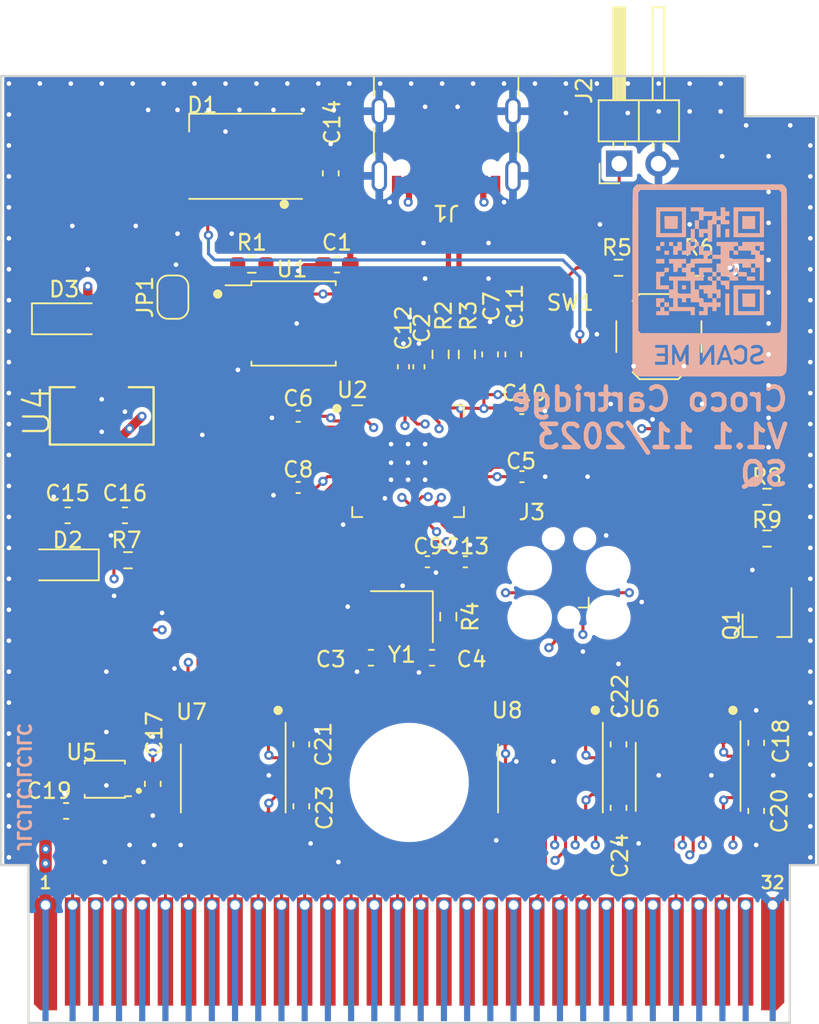
<source format=kicad_pcb>
(kicad_pcb (version 20221018) (generator pcbnew)
  (layers (0 "F.Cu" signal) (1 "In1.Cu" signal) (2 "In2.Cu" signal) (31 "B.Cu" signal) (34 "B.Paste" user) (35 "F.Paste" user) (36 "B.SilkS" user "B.Silkscreen") (37 "F.SilkS" user "F.Silkscreen") (38 "B.Mask" user) (39 "F.Mask" user) (44 "Edge.Cuts" user))
  (net 0 "")
  (net 1 "GND")
  (net 2 "+3V3")
  (net 3 "SWDIO")
  (net 4 "RST")
  (net 5 "SWCLK")
  (net 6 "Net-(Q1-G)")
  (net 7 "DEBUG_UART_TX")
  (net 8 "GB_RST")
  (net 9 "VCC")
  (net 10 "+5V")
  (net 11 "VBUS")
  (net 12 "QSPI_SS")
  (net 13 "QSPI_SD1")
  (net 14 "QSPI_SD2")
  (net 15 "QSPI_SD0")
  (net 16 "QSPI_SCLK")
  (net 17 "QSPI_SD3")
  (net 18 "DATA_BUS0")
  (net 19 "DATA_BUS1")
  (net 20 "DATA_BUS2")
  (net 21 "DATA_BUS3")
  (net 22 "DATA_BUS4")
  (net 23 "DATA_BUS5")
  (net 24 "DATA_BUS6")
  (net 25 "DATA_BUS7")
  (net 26 "GB_A0")
  (net 27 "GB_A1")
  (net 28 "GB_A2")
  (net 29 "GB_A3")
  (net 30 "GB_A4")
  (net 31 "GB_A5")
  (net 32 "GB_A6")
  (net 33 "GB_A7")
  (net 34 "GB_A8")
  (net 35 "GB_A9")
  (net 36 "GB_A10")
  (net 37 "GB_A11")
  (net 38 "GB_A12")
  (net 39 "GB_A13")
  (net 40 "GB_A14")
  (net 41 "GB_A15")
  (net 42 "GB_D0")
  (net 43 "GB_D1")
  (net 44 "GB_D2")
  (net 45 "GB_D3")
  (net 46 "GB_D4")
  (net 47 "GB_D5")
  (net 48 "GB_D6")
  (net 49 "GB_D7")
  (net 50 "ADDR_BUS8")
  (net 51 "ADDR_BUS9")
  (net 52 "ADDR_BUS10")
  (net 53 "ADDR_BUS11")
  (net 54 "ADDR_BUS12")
  (net 55 "ADDR_BUS13")
  (net 56 "ADDR_BUS14")
  (net 57 "ADDR_BUS7")
  (net 58 "ADDR_BUS0")
  (net 59 "ADDR_BUS1")
  (net 60 "ADDR_BUS2")
  (net 61 "ADDR_BUS3")
  (net 62 "ADDR_BUS4")
  (net 63 "ADDR_BUS5")
  (net 64 "ADDR_BUS6")
  (net 65 "+1V1")
  (net 66 "ADDR_BUS15")
  (net 67 "BUS_RST")
  (net 68 "BUS_CLK")
  (net 69 "BUS_RD")
  (net 70 "GB_CLK")
  (net 71 "GB_RD")
  (net 74 "Net-(U2-XIN)")
  (net 76 "Net-(C4-Pad2)")
  (net 79 "Net-(J2-Pin_1)")
  (net 81 "Net-(U2-USB_DP)")
  (net 82 "Net-(U2-USB_DM)")
  (net 83 "Net-(U2-XOUT)")
  (net 84 "POWER_GOOD")
  (net 89 "LED_DIN")
  (net 90 "USB_D-")
  (net 91 "USB_D+")
  (footprint "Connector_USB:USB_C_Receptacle_GCT_USB4105-xx-A_16P_TopMnt_Horizontal" (layer "F.Cu") (at 114.16 59.06 180)
    (fp_text reference "J1")
    (fp_text value "USB_C_Receptacle_USB2.0")
  )
  (footprint "Capacitor_SMD:C_0402_1005Metric_Pad0.74x0.62mm_HandSolder" (layer "F.Cu") (at 104.6 82.3)
    (fp_text reference "C8")
    (fp_text value "100nF")
  )
  (footprint "Capacitor_SMD:C_0603_1608Metric_Pad1.08x0.95mm_HandSolder" (layer "F.Cu") (at 134.2 98.8 -90)
    (fp_text reference "C18")
    (fp_text value "100nF")
  )
  (footprint "Resistor_SMD:R_0603_1608Metric_Pad0.98x0.95mm_HandSolder" (layer "F.Cu") (at 115.5 73.7 90)
    (fp_text reference "R3")
    (fp_text value "27R")
  )
  (footprint "Resistor_SMD:R_0603_1608Metric_Pad0.98x0.95mm_HandSolder" (layer "F.Cu") (at 114.3 90.65 -90)
    (fp_text reference "R4")
    (fp_text value "1k")
  )
  (footprint "Capacitor_SMD:C_0402_1005Metric_Pad0.74x0.62mm_HandSolder" (layer "F.Cu") (at 111.4 74.5 -90)
    (fp_text reference "C12")
    (fp_text value "100nF")
  )
  (footprint "Capacitor_SMD:C_0402_1005Metric_Pad0.74x0.62mm_HandSolder" (layer "F.Cu") (at 112.4 74.5 -90)
    (fp_text reference "C2")
    (fp_text value "100nF")
  )
  (footprint "Capacitor_SMD:C_0402_1005Metric_Pad0.74x0.62mm_HandSolder" (layer "F.Cu") (at 115.4 87.1 180)
    (fp_text reference "C13")
    (fp_text value "100nF")
  )
  (footprint "Misc:GameBoy_Cartridge_EdgeConnector" (layer "F.Cu") (at 111.791962 116.733715)
    (fp_text reference "U3" hide)
    (fp_text value "CartBus" hide)
  )
  (footprint "Capacitor_SMD:C_0402_1005Metric_Pad0.74x0.62mm_HandSolder" (layer "F.Cu") (at 119.06 81.6 180)
    (fp_text reference "C5")
    (fp_text value "100nF")
  )
  (footprint "Button_Switch_SMD:SW_SPST_TL3342" (layer "F.Cu") (at 127.91 72.55)
    (fp_text reference "SW1")
    (fp_text value "SW_Push")
  )
  (footprint "Resistor_SMD:R_0603_1608Metric_Pad0.98x0.95mm_HandSolder" (layer "F.Cu") (at 134.9 85.6 180)
    (fp_text reference "R9")
    (fp_text value "470k")
  )
  (footprint "SnapEDA:SOT230P700X180-6N" (layer "F.Cu") (at 91.9 77.6734 90)
    (fp_text reference "U4")
    (fp_text value "MCP1825T-3302E/DC")
  )
  (footprint "Capacitor_SMD:C_0603_1608Metric_Pad1.08x0.95mm_HandSolder" (layer "F.Cu") (at 109.3 93.3)
    (fp_text reference "C3")
    (fp_text value "15pF")
  )
  (footprint "Capacitor_SMD:C_0603_1608Metric_Pad1.08x0.95mm_HandSolder" (layer "F.Cu") (at 104.8 98.9 -90)
    (fp_text reference "C21")
    (fp_text value "100nF")
  )
  (footprint "Connector:Tag-Connect_TC2030-IDC-FP_2x03_P1.27mm_Vertical" (layer "F.Cu") (at 122.1 88.15 90)
    (fp_text reference "J3")
    (fp_text value "Conn_01x06")
  )
  (footprint "Fiducial:Fiducial_1mm_Mask2mm" (layer "F.Cu") (at 92.1 96.1)
    (fp_text reference "FID2" hide)
    (fp_text value "Fiducial")
  )
  (footprint "Capacitor_SMD:C_0603_1608Metric_Pad1.08x0.95mm_HandSolder" (layer "F.Cu") (at 113.25 93.3)
    (fp_text reference "C4")
    (fp_text value "15pF")
  )
  (footprint "Capacitor_SMD:C_0603_1608Metric_Pad1.08x0.95mm_HandSolder" (layer "F.Cu") (at 134.2 103.2 90)
    (fp_text reference "C20")
    (fp_text value "100nF")
  )
  (footprint "Capacitor_SMD:C_0603_1608Metric_Pad1.08x0.95mm_HandSolder" (layer "F.Cu") (at 95.2 101.45 90)
    (fp_text reference "C17")
    (fp_text value "100nF")
  )
  (footprint "Capacitor_SMD:C_0603_1608Metric_Pad1.08x0.95mm_HandSolder" (layer "F.Cu") (at 104.8 102.9 90)
    (fp_text reference "C23")
    (fp_text value "100nF")
  )
  (footprint "" (layer "F.Cu") (at 111.77 101.359673)
    (fp_text reference "" hide)
    (fp_text value "" hide)
  )
  (footprint "Package_DFN_QFN:QFN-56-1EP_7x7mm_P0.4mm_EP3.2x3.2mm" (layer "F.Cu") (at 111.7 80.6)
    (fp_text reference "U2")
    (fp_text value "RP2040")
  )
  (footprint "Capacitor_SMD:C_0402_1005Metric_Pad0.74x0.62mm_HandSolder" (layer "F.Cu") (at 104.6 77.7)
    (fp_text reference "C6")
    (fp_text value "100nF")
  )
  (footprint "Fiducial:Fiducial_1mm_Mask2mm" (layer "F.Cu") (at 92.1 64)
    (fp_text reference "FID1" hide)
    (fp_text value "Fiducial")
  )
  (footprint "Connector_PinHeader_2.54mm:PinHeader_1x02_P2.54mm_Horizontal" (layer "F.Cu") (at 125.345 61.375 90)
    (fp_text reference "J2")
    (fp_text value "DBG_UART")
  )
  (footprint "Crystal:Crystal_SMD_TXC_7M-4Pin_3.2x2.5mm" (layer "F.Cu") (at 111.3 90.65 180)
    (fp_text reference "Y1")
    (fp_text value "12MHz")
  )
  (footprint "Capacitor_SMD:C_0603_1608Metric_Pad1.08x0.95mm_HandSolder" (layer "F.Cu") (at 89.6 103.2 180)
    (fp_text reference "C19")
    (fp_text value "100nF")
  )
  (footprint "Capacitor_SMD:C_0402_1005Metric_Pad0.74x0.62mm_HandSolder" (layer "F.Cu") (at 112.95 87.1 180)
    (fp_text reference "C9")
    (fp_text value "100nF")
  )
  (footprint "Resistor_SMD:R_0603_1608Metric_Pad0.98x0.95mm_HandSolder" (layer "F.Cu") (at 134.9 82.9 180)
    (fp_text reference "R8")
    (fp_text value "1k")
  )
  (footprint "Resistor_SMD:R_0603_1608Metric_Pad0.98x0.95mm_HandSolder" (layer "F.Cu") (at 125.3 68.1)
    (fp_text reference "R5")
    (fp_text value "10R")
  )
  (footprint "LED_SMD:LED_WS2812B_PLCC4_5.0x5.0mm_P3.2mm" (layer "F.Cu") (at 101.2 60.9 180)
    (fp_text reference "D1")
    (fp_text value "WS2812B")
  )
  (footprint "Capacitor_SMD:C_0603_1608Metric_Pad1.08x0.95mm_HandSolder" (layer "F.Cu") (at 125.3 103 90)
    (fp_text reference "C24")
    (fp_text value "100nF")
  )
  (footprint "Capacitor_SMD:C_0402_1005Metric_Pad0.74x0.62mm_HandSolder" (layer "F.Cu") (at 119.05 77.2 180)
    (fp_text reference "C10")
    (fp_text value "100nF")
  )
  (footprint "Package_SO:TSSOP-20_4.4x6.5mm_P0.65mm" (layer "F.Cu") (at 120.9 101.1 -90)
    (fp_text reference "U8")
    (fp_text value "TXB0108PW")
  )
  (footprint "Jumper:SolderJumper-2_P1.3mm_Open_RoundedPad1.0x1.5mm" (layer "F.Cu") (at 96.5 70 90)
    (fp_text reference "JP1")
    (fp_text value "USB_BOOT_SEL")
  )
  (footprint "Resistor_SMD:R_0603_1608Metric_Pad0.98x0.95mm_HandSolder" (layer "F.Cu") (at 93.6 87 180)
    (fp_text reference "R7")
    (fp_text value "470k")
  )
  (footprint "Capacitor_SMD:C_0603_1608Metric_Pad1.08x0.95mm_HandSolder" (layer "F.Cu") (at 106.7 62 -90)
    (fp_text reference "C14")
    (fp_text value "100nF")
  )
  (footprint "Resistor_SMD:R_0603_1608Metric_Pad0.98x0.95mm_HandSolder" (layer "F.Cu") (at 113.8 73.7 90)
    (fp_text reference "R2")
    (fp_text value "27R")
  )
  (footprint "Capacitor_SMD:C_0603_1608Metric_Pad1.08x0.95mm_HandSolder" (layer "F.Cu") (at 107.1 67.9)
    (fp_text reference "C1")
    (fp_text value "100nF")
  )
  (footprint "Fiducial:Fiducial_1mm_Mask2mm" (layer "F.Cu") (at 131.5 64)
    (fp_text reference "FID3" hide)
    (fp_text value "Fiducial")
  )
  (footprint "Capacitor_SMD:C_0603_1608Metric_Pad1.08x0.95mm_HandSolder" (layer "F.Cu") (at 93.4 84.1)
    (fp_text reference "C16")
    (fp_text value "10uF")
  )
  (footprint "Capacitor_SMD:C_0603_1608Metric_Pad1.08x0.95mm_HandSolder" (layer "F.Cu") (at 125.3 98.9 -90)
    (fp_text reference "C22")
    (fp_text value "100nF")
  )
  (footprint "Package_SO:SOIC-8_5.23x5.23mm_P1.27mm" (layer "F.Cu") (at 104.3 71.7)
    (fp_text reference "U1")
    (fp_text value "W25Q128JVS")
  )
  (footprint "Resistor_SMD:R_0603_1608Metric_Pad0.98x0.95mm_HandSolder" (layer "F.Cu") (at 130.54 68.1)
    (fp_text reference "R6")
    (fp_text value "10k")
  )
  (footprint "Package_SO:TSSOP-20_4.4x6.5mm_P0.65mm" (layer "F.Cu") (at 100.4 101.1 -90)
    (fp_text reference "U7")
    (fp_text value "TXB0108PW")
  )
  (footprint "Package_SO:TSSOP-20_4.4x6.5mm_P0.65mm" (layer "F.Cu") (at 129.8 101 -90)
    (fp_text reference "U6")
    (fp_text value "TXB0108PW")
  )
  (footprint "Diode_SMD:D_SOD-123F" (layer "F.Cu") (at 89.6 71.4)
    (fp_text reference "D3")
    (fp_text value "D_Schottky")
  )
  (footprint "Capacitor_SMD:C_0603_1608Metric_Pad1.08x0.95mm_HandSolder" (layer "F.Cu") (at 89.7 84.1)
    (fp_text reference "C15")
    (fp_text value "4.7uF")
  )
  (footprint "Package_TO_SOT_SMD:SOT-23_Handsoldering" (layer "F.Cu") (at 134.9 91.2 -90)
    (fp_text reference "Q1")
    (fp_text value "CJ2302")
  )
  (footprint "Diode_SMD:D_SOD-123F" (layer "F.Cu") (at 89.5 87.3 180)
    (fp_text reference "D2")
    (fp_text value "D_Schottky")
  )
  (footprint "Resistor_SMD:R_0603_1608Metric_Pad0.98x0.95mm_HandSolder" (layer "F.Cu") (at 101.6 67.9)
    (fp_text reference "R1")
    (fp_text value "10k")
  )
  (footprint "Package_SO:VSSOP-8_2.4x2.1mm_P0.5mm" (layer "F.Cu") (at 92.1 101.15 180)
    (fp_text reference "U5")
    (fp_text value "TXB0102DCU")
  )
  (footprint "Capacitor_SMD:C_0603_1608Metric_Pad1.08x0.95mm_HandSolder" (layer "F.Cu") (at 118.5 73.7 -90)
    (fp_text reference "C11")
    (fp_text value "2.2uF")
  )
  (footprint "Capacitor_SMD:C_0603_1608Metric_Pad1.08x0.95mm_HandSolder" (layer "F.Cu") (at 117 73.7 -90)
    (fp_text reference "C7")
    (fp_text value "2.2uF")
  )
  (footprint "LOGO" (layer "B.Cu") (at 131.2 68.9 180)
    (fp_text reference "G***" hide)
    (fp_text value "LOGO" hide)
  )
  (gr_circle (center 123.8 96.7) (end 124 96.7) (stroke (width 0.2)) (fill solid) (layer "F.SilkS"))
  (gr_circle (center 94.3 101.9) (end 94.4 101.9) (stroke (width 0.2)) (fill solid) (layer "F.SilkS"))
  (gr_circle (center 107.1 77.2) (end 107.3 77.2) (stroke (width 0.2)) (fill solid) (layer "F.SilkS"))
  (gr_circle (center 103.3 96.7) (end 103.5 96.7) (stroke (width 0.2)) (fill solid) (layer "F.SilkS"))
  (gr_circle (center 103.7 64) (end 103.9 64) (stroke (width 0.2)) (fill solid) (layer "F.SilkS"))
  (gr_circle (center 132.7 96.7) (end 132.9 96.7) (stroke (width 0.2)) (fill solid) (layer "F.SilkS"))
  (gr_circle (center 99.4 69.8) (end 99.6 69.8) (stroke (width 0.2)) (fill solid) (layer "F.SilkS"))
  (gr_line (start 136.37 106.7) (end 138.2 106.7) (stroke (width 0.15)) (layer "Edge.Cuts"))
  (gr_line (start 85.4 106.7) (end 85.4 55.709673) (stroke (width 0.15)) (layer "Edge.Cuts"))
  (gr_line (start 87.17 106.7) (end 85.4 106.7) (stroke (width 0.15)) (layer "Edge.Cuts"))
  (gr_line (start 85.4 55.709673) (end 133.47 55.709673) (stroke (width 0.15)) (layer "Edge.Cuts"))
  (gr_line (start 138.2 106.7) (end 138.2 58.309673) (stroke (width 0.15)) (layer "Edge.Cuts"))
  (gr_line (start 136.37 116.9) (end 136.37 106.7) (stroke (width 0.15)) (layer "Edge.Cuts"))
  (gr_line (start 87.17 116.9) (end 136.37 116.9) (stroke (width 0.15)) (layer "Edge.Cuts"))
  (gr_line (start 87.17 116.9) (end 87.17 106.7) (stroke (width 0.15)) (layer "Edge.Cuts"))
  (gr_line (start 138.2 58.309673) (end 133.47 58.309673) (stroke (width 0.15)) (layer "Edge.Cuts"))
  (gr_line (start 133.47 55.709673) (end 133.47 58.309673) (stroke (width 0.15)) (layer "Edge.Cuts"))
  (gr_text "Croco Cartridge\nV1.1 11/2023\nSQ" (at 136.4 82.3) (layer "B.SilkS") (effects (font (size 1.5 1.5) (thickness 0.3) bold) (justify left bottom mirror)))
  (gr_text "JLCJLCJLCJLC" (at 86.4 105.9 -90) (layer "B.SilkS") (effects (font (size 0.8 0.8) (thickness 0.1875)) (justify left bottom mirror)))
  (segment (start 110.55 88.65) (end 111.35 88.65) (width 0.2) (layer "F.Cu") (net 1))
  (segment (start 126.875 105.025) (end 126.6 105.3) (width 0.2) (layer "F.Cu") (net 1))
  (segment (start 133.95 87.633592) (end 133.953022 87.63057) (width 0.2) (layer "F.Cu") (net 1))
  (segment (start 106.2375 67.9) (end 105 67.9) (width 0.2) (layer "F.Cu") (net 1))
  (segment (start 123.041435 86.88) (end 124.5 85.421435) (width 0.2) (layer "F.Cu") (net 1))
  (segment (start 119.6175 77.36) (end 120.55 77.36) (width 0.2) (layer "F.Cu") (net 1))
  (segment (start 104.8 103.7625) (end 104.8 104.7) (width 0.2) (layer "F.Cu") (net 1))
  (segment (start 134.2 97.9375) (end 134.2 96.7) (width 0.2) (layer "F.Cu") (net 1))
  (segment (start 117.36 63.319002) (end 117.905474 63.864476) (width 0.4) (layer "F.Cu") (net 1))
  (segment (start 115.9675 87.1) (end 115.9675 86.2675) (width 0.2) (layer "F.Cu") (net 1))
  (segment (start 129.531472 74.45) (end 129.532265 74.450793) (width 0.4) (layer "F.Cu") (net 1))
  (segment (start 90.4625 103.0625) (end 89.5 102.1) (width 0.2) (layer "F.Cu") (net 1))
  (segment (start 110.96 63.40995) (end 110.505474 63.864476) (width 0.4) (layer "F.Cu") (net 1))
  (segment (start 108.4375 94.1625) (end 108.4 94.2) (width 0.2) (layer "F.Cu") (net 1))
  (segment (start 98.75 59.25) (end 99.85 59.25) (width 0.4) (layer "F.Cu") (net 1))
  (segment (start 125.3 103.8625) (end 125.3 105.3) (width 0.2) (layer "F.Cu") (net 1))
  (segment (start 133.95 87.627548) (end 133.95 85.6375) (width 0.2) (layer "F.Cu") (net 1))
  (segment (start 118.5 72.8375) (end 118.5 71.6) (width 0.2) (layer "F.Cu") (net 1))
  (segment (start 110.7 83.5) (end 110.2 83) (width 0.2) (layer "F.Cu") (net 1))
  (segment (start 117 72.8375) (end 117 71.6) (width 0.2) (layer "F.Cu") (net 1))
  (segment (start 112.4 93.2875) (end 112.3875 93.3) (width 0.2) (layer "F.Cu") (net 1))
  (segment (start 129.532265 74.450793) (end 129.533058 74.45) (width 0.4) (layer "F.Cu") (net 1))
  (segment (start 90.4625 103.2) (end 90.4625 103.0625) (width 0.2) (layer "F.Cu") (net 1))
  (segment (start 103.5 82.3) (end 103 82.8) (width 0.2) (layer "F.Cu") (net 1))
  (segment (start 126.875 103.8625) (end 126.875 105.025) (width 0.2) (layer "F.Cu") (net 1))
  (segment (start 92.5375 84.1) (end 92.5375 83.2375) (width 0.6) (layer "F.Cu") (net 1))
  (segment (start 104.8 98.0375) (end 105.7625 98.0375) (width 0.2) (layer "F.Cu") (net 1))
  (segment (start 122.735 86.88) (end 123.041435 86.88) (width 0.2) (layer "F.Cu") (net 1))
  (segment (start 96.5 69.35) (end 96.5 68.1) (width 0.2) (layer "F.Cu") (net 1))
  (segment (start 92.35 101.4) (end 92.2 101.55) (width 0.2) (layer "F.Cu") (net 1))
  (segment (start 115.9675 86.2675) (end 115.7 86) (width 0.2) (layer "F.Cu") (net 1))
  (segment (start 100.7 73.605) (end 100.7 74.5) (width 0.2) (layer "F.Cu") (net 1))
  (segment (start 110.2 89) (end 110.55 88.65) (width 0.2) (layer "F.Cu") (net 1))
  (segment (start 104.0325 77.8) (end 102.9 77.8) (width 0.2) (layer "F.Cu") (net 1))
  (segment (start 133.953022 87.63057) (end 133.95 87.627548) (width 0.2) (layer "F.Cu") (net 1))
  (segment (start 126.282275 74.45) (end 129.531472 74.45) (width 0.4) (layer "F.Cu") (net 1))
  (segment (start 93.65 101.4) (end 92.35 101.4) (width 0.2) (layer "F.Cu") (net 1))
  (segment (start 111.4 73.9325) (end 111.4 73) (width 0.2) (layer "F.Cu") (net 1))
  (segment (start 124.5 85.421435) (end 124.5 85.4) (width 0.2) (layer "F.Cu") (net 1))
  (segment (start 91.9 82.6) (end 91.9 80.8738) (width 0.6) (layer "F.Cu") (net 1))
  (segment (start 112.4 73.9325) (end 112.4 73) (width 0.2) (layer "F.Cu") (net 1))
  (segment (start 113.5175 87.7825) (end 113.5 87.8) (width 0.2) (layer "F.Cu") (net 1))
  (segment (start 88.8375 82.9375) (end 88.8 82.9) (width 0.4) (layer "F.Cu") (net 1))
  (segment (start 112.3875 93.3) (end 112.3875 94.2375) (width 0.2) (layer "F.Cu") (net 1))
  (segment (start 117.975 104.525) (end 117.4 105.1) (width 0.2) (layer "F.Cu") (net 1))
  (segment (start 92.5375 85.3625) (end 92.5 85.4) (width 0.6) (layer "F.Cu") (net 1))
  (segment (start 105.7625 98.0375) (end 105.8 98) (width 0.2) (layer "F.Cu") (net 1))
  (segment (start 117.975 103.9625) (end 117.975 104.525) (width 0.2) (layer "F.Cu") (net 1))
  (segment (start 133.95 89.7) (end 133.95 87.633592) (width 0.2) (layer "F.Cu") (net 1))
  (segment (start 134.2 104.0625) (end 134.2 105.4) (width 0.2) (layer "F.Cu") (net 1))
  (segment (start 97.475 104.925) (end 97 105.4) (width 0.2) (layer "F.Cu") (net 1))
  (segment (start 95.2 102.3125) (end 95.2 103.5) (width 0.2) (layer "F.Cu") (net 1))
  (segment (start 119.6275 81.6) (end 120.56 81.6) (width 0.2) (layer "F.Cu") (net 1))
  (segment (start 97.475 103.9625) (end 97.475 104.925) (width 0.2) (layer "F.Cu") (net 1))
  (segment (start 108.4375 93.3) (end 108.4375 94.1625) (width 0.2) (layer "F.Cu") (net 1))
  (segment (start 92.5375 84.1) (end 92.5375 85.3625) (width 0.6) (layer "F.Cu") (net 1))
  (segment (start 91.9 76.6) (end 91.9 80.8738) (width 0.6) (layer "F.Cu") (net 1))
  (segment (start 110.2 89.8) (end 110.2 89) (width 0.2) (layer "F.Cu") (net 1))
  (segment (start 105 67.9) (end 104.6 68.3) (width 0.2) (layer "F.Cu") (net 1))
  (segment (start 112.3875 94.2375) (end 112.4 94.25) (width 0.2) (layer "F.Cu") (net 1))
  (segment (start 125.3 98.0375) (end 125.3 97) (width 0.2) (layer "F.Cu") (net 1))
  (segment (start 110.96 62.74) (end 110.96 63.40995) (width 0.4) (layer "F.Cu") (net 1))
  (segment (start 106.7 61.1375) (end 106.7 60.1) (width 0.4) (layer "F.Cu") (net 1))
  (segment (start 99.85 59.25) (end 99.9 59.3) (width 0.4) (layer "F.Cu") (net 1))
  (segment (start 88.8375 84.1) (end 88.8375 82.9375) (width 0.4) (layer "F.Cu") (net 1))
  (segment (start 126.269401 74.45) (end 126.275838 74.456437) (width 0.4) (layer "F.Cu") (net 1))
  (segment (start 117.36 62.74) (end 117.36 63.319002) (width 0.4) (layer "F.Cu") (net 1))
  (segment (start 100.7 74.5) (end 100.7 74.7) (width 0.2) (layer "F.Cu") (net 1))
  (segment (start 124.76 74.45) (end 126.269401 74.45) (width 0.4) (layer "F.Cu") (net 1))
  (segment (start 92.5375 83.2375) (end 91.9 82.6) (width 0.6) (layer "F.Cu") (net 1))
  (segment (start 104.8 104.7) (end 105.4 105.3) (width 0.2) (layer "F.Cu") (net 1))
  (segment (start 91.9 74.6) (end 91.9 76.6) (width 0.6) (layer "F.Cu") (net 1))
  (segment (start 113.5175 87.1) (end 113.5175 87.7825) (width 0.2) (layer "F.Cu") (net 1))
  (segment (start 112.4 91.5) (end 112.4 93.2875) (width 0.2) (layer "F.Cu") (net 1))
  (segment (start 110.7 84.0375) (end 110.7 83.5) (width 0.2) (layer "F.Cu") (net 1))
  (segment (start 129.533058 74.45) (end 131.06 74.45) (width 0.4) (layer "F.Cu") (net 1))
  (segment (start 104.0325 82.3) (end 103.5 82.3) (width 0.2) (layer "F.Cu") (net 1))
  (segment (start 96.5 68.1) (end 96.7 67.9) (width 0.2) (layer "F.Cu") (net 1))
  (segment (start 126.275838 74.456437) (end 126.282275 74.45) (width 0.4) (layer "F.Cu") (net 1))
  (via (at 124.5 85.4) (size 0.6) (drill 0.3) (layers "F.Cu" "B.Cu") (net 1))
  (via (at 124.1 65.3) (size 0.6) (drill 0.3) (layers "F.Cu" "B.Cu") (net 1))
  (via (at 137.7 104.2) (size 0.6) (drill 0.3) (layers "F.Cu" "B.Cu") (net 1))
  (via (at 112.8 79.5) (size 0.6) (drill 0.3) (layers "F.Cu" "B.Cu") (net 1))
  (via (at 85.9 76.2) (size 0.6) (drill 0.3) (layers "F.Cu" "B.Cu") (net 1))
  (via (at 127.9 56.2) (size 0.6) (drill 0.3) (layers "F.Cu" "B.Cu") (net 1))
  (via (at 105.4 105.3) (size 0.6) (drill 0.3) (layers "F.Cu" "B.Cu") (net 1))
  (via (at 85.9 94.2) (size 0.6) (drill 0.3) (layers "F.Cu" "B.Cu") (net 1))
  (via (at 85.9 100.2) (size 0.6) (drill 0.3) (layers "F.Cu" "B.Cu") (net 1))
  (via (at 135 67.6) (size 0.6) (drill 0.3) (layers "F.Cu" "B.Cu") (net 1))
  (via (at 137.7 106.2) (size 0.6) (drill 0.3) (layers "F.Cu" "B.Cu") (net 1))
  (via (at 133.953022 87.63057) (size 0.6) (drill 0.3) (layers "F.Cu" "B.Cu") (net 1))
  (via (at 85.9 92.2) (size 0.6) (drill 0.3) (layers "F.Cu" "B.Cu") (net 1))
  (via (at 118.5 71.6) (size 0.6) (drill 0.3) (layers "F.Cu" "B.Cu") (net 1))
  (via (at 95.2 98.4) (size 0.6) (drill 0.3) (layers "F.Cu" "B.Cu") (net 1))
  (via (at 121.9 56.2) (size 0.6) (drill 0.3) (layers "F.Cu" "B.Cu") (net 1))
  (via (at 110.2 83) (size 0.6) (drill 0.3) (layers "F.Cu" "B.Cu") (net 1))
  (via (at 107.5 84.7) (size 0.6) (drill 0.3) (layers "F.Cu" "B.Cu") (net 1))
  (via (at 98.4 78.9) (size 0.6) (drill 0.3) (layers "F.Cu" "B.Cu") (net 1))
  (via (at 85.9 62.2) (size 0.6) (drill 0.3) (layers "F.Cu" "B.Cu") (net 1))
  (via (at 135 60.9) (size 0.6) (drill 0.3) (layers "F.Cu" "B.Cu") (net 1))
  (via (at 116.9 66.5) (size 0.6) (drill 0.3) (layers "F.Cu" "B.Cu") (net 1))
  (via (at 85.9 102.2) (size 0.6) (drill 0.3) (layers "F.Cu" "B.Cu") (net 1))
  (via (at 85.9 78.2) (size 0.6) (drill 0.3) (layers "F.Cu" "B.Cu") (net 1))
  (via (at 96.8 65.9) (size 0.6) (drill 0.3) (layers "F.Cu" "B.Cu") (net 1))
  (via (at 85.9 66.2) (size 0.6) (drill 0.3) (layers "F.Cu" "B.Cu") (net 1))
  (via (at 85.9 68.2) (size 0.6) (drill 0.3) (layers "F.Cu" "B.Cu") (net 1))
  (via (at 130.7 76.9) (size 0.6) (drill 0.3) (layers "F.Cu" "B.Cu") (net 1))
  (via (at 91.9 56.2) (size 0.6) (drill 0.3) (layers "F.Cu" "B.Cu") (net 1))
  (via (at 85.9 64.2) (size 0.6) (drill 0.3) (layers "F.Cu" "B.Cu") (net 1))
  (via (at 134.2 96.7) (size 0.6) (drill 0.3) (layers "F.Cu" "B.Cu") (net 1))
  (via (at 137.7 70.2) (size 0.6) (drill 0.3) (layers "F.Cu" "B.Cu") (net 1))
  (via (at 121.9 58.1) (size 0.6) (drill 0.3) (layers "F.Cu" "B.Cu") (net 1))
  (via (at 134.2 105.4) (size 0.6) (drill 0.3) (layers "F.Cu" "B.Cu") (net 1))
  (via (at 125.9 56.2) (size 0.6) (drill 0.3) (layers "F.Cu" "B.Cu") (net 1))
  (via (at 96.6 94) (size 0.6) (drill 0.3) (layers "F.Cu" "B.Cu") (net 1))
  (via (at 137.7 86.2) (size 0.6) (drill 0.3) (layers "F.Cu" "B.Cu") (net 1))
  (via (at 117.4 105.1) (size 0.6) (drill 0.3) (layers "F.Cu" "B.Cu") (net 1))
  (via (at 96.7 67.9) (size 0.6) (drill 0.3) (layers "F.Cu" "B.Cu") (net 1))
  (via (at 105.8 98) (size 0.6) (drill 0.3) (layers "F.Cu" "B.Cu") (net 1))
  (via (at 111.8 71.3) (size 0.6) (drill 0.3) (layers "F.Cu" "B.Cu") (net 1))
  (via (at 120.55 77.36) (size 0.6) (drill 0.3) (layers "F.Cu" "B.Cu") (net 1))
  (via (at 129.9 58) (size 0.6) (drill 0.3) (layers "F.Cu" "B.Cu") (net 1))
  (via (at 111.7 80.7) (size 0.6) (drill 0.3) (layers "F.Cu" "B.Cu") (net 1))
  (via (at 119.9 56.2) (size 0.6) (drill 0.3) (layers "F.Cu" "B.Cu") (net 1))
  (via (at 113.5 87.8) (size 0.6) (drill 0.3) (layers "F.Cu" "B.Cu") (net 1))
  (via (at 96.8 57.9) (size 0.6) (drill 0.3) (layers "F.Cu" "B.Cu") (net 1))
  (via (at 126.6 105.3) (size 0.6) (drill 0.3) (layers "F.Cu" "B.Cu") (net 1))
  (via (at 137.7 84.2) (size 0.6) (drill 0.3) (layers "F.Cu" "B.Cu") (net 1))
  (via (at 137.7 60.2) (size 0.6) (drill 0.3) (layers "F.Cu" "B.Cu") (net 1))
  (via (at 92.1 106.5) (size 0.6) (drill 0.3) (layers "F.Cu" "B.Cu") (net 1))
  (via (at 107.8 90) (size 0.6) (drill 0.3) (layers "F.Cu" "B.Cu") (net 1))
  (via (at 137.7 72.2) (size 0.6) (drill 0.3) (layers "F.Cu" "B.Cu") (net 1))
  (via (at 132 60.9) (size 0.6) (drill 0.3) (layers "F.Cu" "B.Cu") (net 1))
  (via (at 125.3 105.3) (size 0.6) (drill 0.3) (layers "F.Cu" "B.Cu") (net 1))
  (via (at 137.7 76.2) (size 0.6) (drill 0.3) (layers "F.Cu" "B.Cu") (net 1))
  (via (at 93.4 77.4) (size 0.6) (drill 0.3) (layers "F.Cu" "B.Cu") (net 1))
  (via (at 127.9 100.9) (size 0.6) (drill 0.3) (layers "F.Cu" "B.Cu") (net 1))
  (via (at 123 92.9) (size 0.6) (drill 0.3) (layers "F.Cu" "B.Cu") (net 1))
  (via (at 94.9 57.9) (size 0.6) (drill 0.3) (layers "F.Cu" "B.Cu") (net 1))
  (via (at 135 79.7) (size 0.6) (drill 0.3) (layers "F.Cu" "B.Cu") (net 1))
  (via (at 90 65.4) (size 0.6) (drill 0.3) (layers "F.Cu" "B.Cu") (net 1))
  (via (at 137.7 68.2) (size 0.6) (drill 0.3) (layers "F.Cu" "B.Cu") (net 1))
  (via (at 135 69.7) (size 0.6) (drill 0.3) (layers "F.Cu" "B.Cu") (net 1))
  (via (at 85.9 56.2) (size 0.6) (drill 0.3) (layers "F.Cu" "B.Cu") (net 1))
  (via (at 94.6 106.5) (size 0.6) (drill 0.3) (layers "F.Cu" "B.Cu") (net 1))
  (via (at 85.9 70.2) (size 0.6) (drill 0.3) (layers "F.Cu" "B.Cu") (net 1))
  (via (at 137.7 100.2) (size 0.6) (drill 0.3) (layers "F.Cu" "B.Cu") (net 1))
  (via (at 112.4 73) (size 0.6) (drill 0.3) (layers "F.Cu" "B.Cu") (net 1))
  (via (at 114.9 57.7) (size 0.6) (drill 0.3) (layers "F.Cu" "B.Cu") (net 1))
  (via (at 137.7 98.2) (size 0.6) (drill 0.3) (layers "F.Cu" "B.Cu") (net 1))
  (via (at 123.9 72.4) (size 0.6) (drill 0.3) (layers "F.Cu" "B.Cu") (net 1))
  (via (at 111.9 56.2) (size 0.6) (drill 0.3) (layers "F.Cu" "B.Cu") (net 1))
  (via (at 109.9 56.2) (size 0.6) (drill 0.3) (layers "F.Cu" "B.Cu") (net 1))
  (via (at 112.8 57.7) (size 0.6) (drill 0.3) (layers "F.Cu" "B.Cu") (net 1))
  (via (at 91.9 76.6) (size 0.6) (drill 0.3) (layers "F.Cu" "B.Cu") (net 1))
  (via (at 137.7 94.2) (size 0.6) (drill 0.3) (layers "F.Cu" "B.Cu") (net 1))
  (via (at 111.4 73) (size 0.6) (drill 0.3) (layers "F.Cu" "B.Cu") (net 1))
  (via (at 85.9 90.2) (size 0.6) (drill 0.3) (layers "F.Cu" "B.Cu") (net 1))
  (via (at 89.9 56.2) (size 0.6) (drill 0.3) (layers "F.Cu" "B.Cu") (net 1))
  (via (at 118.7 100) (size 0.6) (drill 0.3) (layers "F.Cu" "B.Cu") (net 1))
  (via (at 100.8 57.9) (size 0.6) (drill 0.3) (layers "F.Cu" "B.Cu") (net 1))
  (via (at 112.8 68.8) (size 0.6) (drill 0.3) (layers "F.Cu" "B.Cu") (net 1))
  (via (at 123.3 81.6) (size 0.6) (drill 0.3) (layers "F.Cu" "B.Cu") (net 1))
  (via (at 129.9 65.3) (size 0.6) (drill 0.3) (layers "F.Cu" "B.Cu") (net 1))
  (via (at 135 77.8) (size 0.6) (drill 0.3) (layers "F.Cu" "B.Cu") (net 1))
  (via (at 103 82.8) (size 0.6) (drill 0.3) (layers "F.Cu" "B.Cu") (net 1))
  (via (at 92.2 101.55) (size 0.6) (drill 0.3) (layers "F.Cu" "B.Cu") (net 1))
  (via (at 115.9 56.2) (size 0.6) (drill 0.3) (layers "F.Cu" "B.Cu") (net 1))
  (via (at 85.9 74.2) (size 0.6) (drill 0.3) (layers "F.Cu" "B.Cu") (net 1))
  (via (at 137.7 78.2) (size 0.6) (drill 0.3) (layers "F.Cu" "B.Cu") (net 1))
  (via (at 120.56 81.6) (size 0.6) (drill 0.3) (layers "F.Cu" "B.Cu") (net 1))
  (via (at 85.9 104.2) (size 0.6) (drill 0.3) (layers "F.Cu" "B.Cu") (net 1))
  (via (at 113.9 56.2) (size 0.6) (drill 0.3) (layers "F.Cu" "B.Cu") (net 1))
  (via (at 104.6 68.3) (size 0.6) (drill 0.3) (layers "F.Cu" "B.Cu") (net 1))
  (via (at 95.8 90.4) (size 0.6) (drill 0.3) (layers "F.Cu" "B.Cu") (net 1))
  (via (at 126.8 89.7) (size 0.6) (drill 0.3) (layers "F.Cu" "B.Cu") (net 1))
  (via (at 99.9 59.3) (size 0.6) (drill 0.3) (layers "F.Cu" "B.Cu") (net 1))
  (via (at 111.35 88.65) (size 0.6) (drill 0.3) (layers "F.Cu" "B.Cu") (net 1))
  (via (at 115.7 86) (size 0.6) (drill 0.3) (layers "F.Cu" "B.Cu") (net 1))
  (via (at 137.7 66.2) (size 0.6) (drill 0.3) (layers "F.Cu" "B.Cu") (net 1))
  (via (at 105.9 56.2) (size 0.6) (drill 0.3) (layers "F.Cu" "B.Cu") (net 1))
  (via (at 124.8 76.9) (size 0.6) (drill 0.3) (layers "F.Cu" "B.Cu") (net 1))
  (via (at 85.9 86.2) (size 0.6) (drill 0.3) (layers "F.Cu" "B.Cu") (net 1))
  (via (at 107.9 56.2) (size 0.6) (drill 0.3) (layers "F.Cu" "B.Cu") (net 1))
  (via (at 129.532265 74.450793) (size 0.6) (drill 0.3) (layers "F.Cu" "B.Cu") (net 1))
  (via (at 135 75.7) (size 0.6) (drill 0.3) (layers "F.Cu" "B.Cu") (net 1))
  (via (at 137.7 88.2) (size 0.6) (drill 0.3) (layers "F.Cu" "B.Cu") (net 1))
  (via (at 127.9 58) (size 0.6) (drill 0.3) (layers "F.Cu" "B.Cu") (net 1))
  (via (at 111.7 79.5) (size 0.6) (drill 0.3) (layers "F.Cu" "B.Cu") (net 1))
  (via (at 137.7 74.2) (size 0.6) (drill 0.3) (layers "F.Cu" "B.Cu") (net 1))
  (via (at 112.7 66.5) (size 0.6) (drill 0.3) (layers "F.Cu" "B.Cu") (net 1))
  (via (at 101.9 56.2) (size 0.6) (drill 0.3) (layers "F.Cu" "B.Cu") (net 1))
  (via (at 95.2 103.5) (size 0.6) (drill 0.3) (layers "F.Cu" "B.Cu") (net 1))
  (via (at 129.9 56.2) (size 0.6) (drill 0.3) (layers "F.Cu" "B.Cu") (net 1))
  (via (at 106.9 57.9) (size 0.6) (drill 0.3) (layers "F.Cu" "B.Cu") (net 1))
  (via (at 92.2 94.2) (size 0.6) (drill 0.3) (layers "F.Cu" "B.Cu") (net 1))
  (via (at 137.7 90.2) (size 0.6) (drill 0.3) (layers "F.Cu" "B.Cu") (net 1))
  (via (at 112.4 94.25) (size 0.6) (drill 0.3) (layers "F.Cu" "B.Cu") (net 1))
  (via (at 110.505474 63.864476) (size 0.6) (drill 0.3) (layers "F.Cu" "B.Cu") (net 1))
  (via (at 117.9 56.2) (size 0.6) (drill 0.3) (layers "F.Cu" "B.Cu") (net 1))
  (via (at 112.8 81.8) (size 0.6) (drill 0.3) (layers "F.Cu" "B.Cu") (net 1))
  (via (at 85.9 60.2) (size 0.6) (drill 0.3) (layers "F.Cu" "B.Cu") (net 1))
  (via (at 137.7 82.2) (size 0.6) (drill 0.3) (layers "F.Cu" "B.Cu") (net 1))
  (via (at 121.1 100) (size 0.6) (drill 0.3) (layers "F.Cu" "B.Cu") (net 1))
  (via (at 91 68.2) (size 0.6) (drill 0.3) (layers "F.Cu" "B.Cu") (net 1))
  (via (at 107.2 106.5) (size 0.6) (drill 0.3) (layers "F.Cu" "B.Cu") (net 1))
  (via (at 85.9 82.2) (size 0.6) (drill 0.3) (layers "F.Cu" "B.Cu") (net 1))
  (via (at 89.5 102.1) (size 0.6) (drill 0.3) (layers "F.Cu" "B.Cu") (net 1))
  (via (at 99.9 56.2) (size 0.6) (drill 0.3) (layers "F.Cu" "B.Cu") (net 1))
  (via (at 117.905474 63.864476) (size 0.6) (drill 0.3) (layers "F.Cu" "B.Cu") (net 1))
  (via (at 91.9 78.7) (size 0.6) (drill 0.3) (layers "F.Cu" "B.Cu") (net 1))
  (via (at 92.7 89.3) (size 0.6) (drill 0.3) (layers "F.Cu" "B.Cu") (net 1))
  (via (at 136.4 58.9) (size 0.6) (drill 0.3) (layers "F.Cu" "B.Cu") (net 1))
  (via (at 100.3 65.9) (size 0.6) (drill 0.3) (layers "F.Cu" "B.Cu") (net 1))
  (via (at 106.7 60.1) (size 0.6) (drill 0.3) (layers "F.Cu" "B.Cu") (net 1))
  (via (at 85.9 96.2) (size 0.6) (drill 0.3) (layers "F.Cu" "B.Cu") (net 1))
  (via (at 97.9 56.2) (size 0.6) (drill 0.3) (layers "F.Cu" "B.Cu") (net 1))
  (via (at 92.2 98.1) (size 0.6) (drill 0.3) (layers "F.Cu" "B.Cu") (net 1))
  (via (at 85.9 80.2) (size 0.6) (drill 0.3) (layers "F.Cu" "B.Cu") (net 1))
  (via (at 116.9 68.8) (size 0.6) (drill 0.3) (layers "F.Cu" "B.Cu") (net 1))
  (via (at 95.3 105.4) (size 0.6) (drill 0.3) (layers "F.Cu" "B.Cu") (net 1))
  (via (at 85.9 98.2) (size 0.6) (drill 0.3) (layers "F.Cu" "B.Cu") (net 1))
  (via (at 135 63.2) (size 0.6) (drill 0.3) (layers "F.Cu" "B.Cu") (net 1))
  (via (at 103.9 56.2) (size 0.6) (drill 0.3) (layers "F.Cu" "B.Cu") (net 1))
  (via (at 137.7 96.2) (size 0.6) (drill 0.3) (layers "F.Cu" "B.Cu") (net 1))
  (via (at 137.7 62.2) (size 0.6) (drill 0.3) (layers "F.Cu" "B.Cu") (net 1))
  (via (at 111.7 81.8) (size 0.6) (drill 0.3) (layers "F.Cu" "B.Cu") (net 1))
  (via (at 92.5 85.4) (size 0.6) (drill 0.3) (layers "F.Cu" "B.Cu") (net 1))
  (via (at 93.7 105.4) (size 0.6) (drill 0.3) (layers "F.Cu" "B.Cu") (net 1))
  (via (at 85.9 106.2) (size 0.6) (drill 0.3) (layers "F.Cu" "B.Cu") (net 1))
  (via (at 100.7 74.7) (size 0.6) (drill 0.3) (layers "F.Cu" "B.Cu") (net 1))
  (via (at 108.4 94.2) (size 0.6) (drill 0.3) (layers "F.Cu" "B.Cu") (net 1))
  (via (at 123.9 56.2) (size 0.6) (drill 0.3) (layers "F.Cu" "B.Cu") (net 1))
  (via (at 110.6 81.8) (size 0.6) (drill 0.3) (layers "F.Cu" "B.Cu") (net 1))
  (via (at 110.6 79.5) (size 0.6) (drill 0.3) (layers "F.Cu" "B.Cu") (net 1))
  (via (at 135 65.2) (size 0.6) (drill 0.3) (layers "F.Cu" "B.Cu") (net 1))
  (via (at 102.7 100.9) (size 0.6) (drill 0.3) (layers "F.Cu" "B.Cu") (net 1))
  (via (at 135 71.7) (size 0.6) (drill 0.3) (layers "F.Cu" "B.Cu") (net 1))
  (via (at 97 105.4) (size 0.6) (drill 0.3) (layers "F.Cu" "B.Cu") (net 1))
  (via (at 85.9 58.2) (size 0.6) (drill 0.3) (layers "F.Cu" "B.Cu") (net 1))
  (via (at 93.9 56.2) (size 0.6) (drill 0.3) (layers "F.Cu" "B.Cu") (net 1))
  (via (at 95.9 56.2) (size 0.6) (drill 0.3) (layers "F.Cu" "B.Cu") (net 1))
  (via (at 135.3 100.9) (size 0.6) (drill 0.3) (layers "F.Cu" "B.Cu") (net 1))
  (via (at 85.9 84.2) (size 0.6) (drill 0.3) (layers "F.Cu" "B.Cu") (net 1))
  (via (at 103 57.9) (size 0.6) (drill 0.3) (layers "F.Cu" "B.Cu") (net 1))
  (via (at 131.9 56.2) (size 0.6) (drill 0.3) (layers "F.Cu" "B.Cu") (net 1))
  (via (at 137.7 80.2) (size 0.6) (drill 0.3) (layers "F.Cu" "B.Cu") (net 1))
  (via (at 133.55 58.9) (size 0.6) (drill 0.3) (layers "F.Cu" "B.Cu") (net 1))
  (via (at 85.9 72.2) (size 0.6) (drill 0.3) (layers "F.Cu" "B.Cu") (net 1))
  (via (at 137.7 92.2) (size 0.6) (drill 0.3) (layers "F.Cu" "B.Cu") (net 1))
  (via (at 126.275838 74.456437) (size 0.6) (drill 0.3) (layers "F.Cu" "B.Cu") (net 1))
  (via (at 88.8 82.9) (size 0.6) (drill 0.3) (layers "F.Cu" "B.Cu") (net 1))
  (via (at 110.6 80.7) (size 0.6) (drill 0.3) (layers "F.Cu" "B.Cu") (net 1))
  (via (at 98.8 57.9) (size 0.6) (drill 0.3) (layers "F.Cu" "B.Cu") (net 1))
  (via (at 131.3 100.9) (size 0.6) (drill 0.3) (layers "F.Cu" "B.Cu") (net 1))
  (via (at 131.9 58) (size 0.6) (drill 0.3) (layers "F.Cu" "B.Cu") (net 1))
  (via (at 125.3 93.7) (size 0.6) (drill 0.3) (layers "F.Cu" "B.Cu") (net 1))
  (via (at 117 71.6) (size 0.6) (drill 0.3) (layers "F.Cu" "B.Cu") (net 1))
  (via (at 112.8 80.7) (size 0.6) (drill 0.3) (layers "F.Cu" "B.Cu") (net 1))
  (via (at 104.5 71.7) (size 0.6) (drill 0.3) (layers "F.Cu" "B.Cu") (net 1))
  (via (at 102.9 77.8) (size 0.6) (drill 0.3) (layers "F.Cu" "B.Cu") (net 1))
  (via (at 87.9 56.2) (size 0.6) (drill 0.3) (layers "F.Cu" "B.Cu") (net 1))
  (via (at 127.5 77.9) (size 0.6) (drill 0.3) (layers "F.Cu" "B.Cu") (net 1))
  (via (at 125.9 58.1) (size 0.6) (drill 0.3) (layers "F.Cu" "B.Cu") (net 1))
  (via (at 137.7 102.2) (size 0.6) (drill 0.3) (layers "F.Cu" "B.Cu") (net 1))
  (via (at 137.7 64.2) (size 0.6) (drill 0.3) (layers "F.Cu" "B.Cu") (net 1))
  (via (at 94.1 65.4) (size 0.6) (drill 0.3) (layers "F.Cu" "B.Cu") (net 1))
  (via (at 104.9 57.9) (size 0.6) (drill 0.3) (layers "F.Cu" "B.Cu") (net 1))
  (via (at 85.9 88.2) (size 0.6) (drill 0.3) (layers "F.Cu" "B.Cu") (net 1))
  (via (at 135 73.7) (size 0.6) (drill 0.3) (layers "F.Cu" "B.Cu") (net 1))
  (via (at 125.3 97) (size 0.6) (drill 0.3) (layers "F.Cu" "B.Cu") (net 1))
  (segment (start 106.7 64.5) (end 106.7 62.8625) (width 0.4) (layer "F.Cu") (net 2))
  (segment (start 94.2625 83.3625) (end 93.17 82.27) (width 0.6) (layer "F.Cu") (net 2))
  (segment (start 111.9 84.0375) (end 111.9 83.505025) (width 0.2) (layer "F.Cu") (net 2))
  (segment (start 106.9 78) (end 106.7 77.8) (width 0.2) (layer "F.Cu") (net 2))
  (segment (start 94.5625 100.5875) (end 95.2 100.5875) (width 0.2) (layer "F.Cu") (net 2))
  (segment (start 105.1675 77.7) (end 106.6 77.7) (width 0.2) (layer "F.Cu") (net 2))
  (segment (start 105.8 82.3) (end 106.2 81.9) (width 0.2) (layer "F.Cu") (net 2))
  (segment (start 117.5 76.3) (end 116.8 76.3) (width 0.2) (layer "F.Cu") (net 2))
  (segment (start 95.2 100.5875) (end 95.2 99.45) (width 0.2) (layer "F.Cu") (net 2))
  (segment (start 106.6 77.7) (end 106.7 77.8) (width 0.2) (layer "F.Cu") (net 2))
  (segment (start 118.4925 81.6) (end 117.46 81.6) (width 0.2) (layer "F.Cu") (net 2))
  (segment (start 92.6875 88.1875) (end 92.7 88.2) (width 0.2) (layer "F.Cu") (net 2))
  (segment (start 107.9625 67.9) (end 107.9625 65.7625) (width 0.4) (layer "F.Cu") (net 2))
  (segment (start 112.3 78.2) (end 112.8 78.2) (width 0.2) (layer "F.Cu") (net 2))
  (segment (start 111.9 84.0375) (end 111.9 85.95) (width 0.2) (layer "F.Cu") (net 2))
  (segment (start 132.075 99.375) (end 132.1 99.4) (width 0.2) (layer "F.Cu") (net 2))
  (segment (start 107.9 69.795) (end 107.9 67.9625) (width 0.2) (layer "F.Cu") (net 2))
  (segment (start 118.5 74.7625) (end 118.5 75.9) (width 0.2) (layer "F.Cu") (net 2))
  (segment (start 106.5 81.6) (end 108.2625 81.6) (width 0.2) (layer "F.Cu") (net 2))
  (segment (start 105.45 62.55) (end 105.7625 62.8625) (width 0.4) (layer "F.Cu") (net 2))
  (segment (start 116.6 76.5) (end 116.6 77.1625) (width 0.2) (layer "F.Cu") (net 2))
  (segment (start 113.9 77.1625) (end 114.3 77.1625) (width 0.2) (layer "F.Cu") (net 2))
  (segment (start 106.5 81.6) (end 106.2 81.9) (width 0.2) (layer "F.Cu") (net 2))
  (segment (start 111.9 76.3) (end 112.4 75.8) (width 0.2) (layer "F.Cu") (net 2))
  (segment (start 103.2 69.8) (end 106.2 69.8) (width 0.2) (layer "F.Cu") (net 2))
  (segment (start 94.25 100.9) (end 94.5625 100.5875) (width 0.2) (layer "F.Cu") (net 2))
  (segment (start 115.0625 77.1625) (end 116.6 77.2) (width 0.2) (layer "F.Cu") (net 2))
  (segment (start 116.6 77.1625) (end 118.445 77.1625) (width 0.2) (layer "F.Cu") (net 2))
  (segment (start 108.2625 78) (end 109.05 78) (width 0.2) (layer "F.Cu") (net 2))
  (segment (start 93.17 79.03) (end 93.7 78.5) (width 0.6) (layer "F.Cu") (net 2))
  (segment (start 115.0625 77.1625) (end 115.1 77.2) (width 0.2) (layer "F.Cu") (net 2))
  (segment (start 118.1 76.3) (end 117.5 76.3) (width 0.2) (layer "F.Cu") (net 2))
  (segment (start 125.3 99.7625) (end 123.3625 99.7625) (width 0.2) (layer "F.Cu") (net 2))
  (segment (start 93.7 78.5) (end 94.5 77.7) (width 0.6) (layer "F.Cu") (net 2))
  (segment (start 107.9 67.9625) (end 107.9625 67.9) (width 0.2) (layer "F.Cu") (net 2))
  (segment (start 112.3 77.1625) (end 111.9 77.1625) (width 0.2) (layer "F.Cu") (net 2))
  (segment (start 107.9 69.795) (end 106.205 69.795) (width 0.2) (layer "F.Cu") (net 2))
  (segment (start 102.8625 99.7625) (end 102.7 99.6) (width 0.2) (layer "F.Cu") (net 2))
  (segment (start 114.3 77.1625) (end 115.0625 77.1625) (width 0.2) (layer "F.Cu") (net 2))
  (segment (start 103.65 62.55) (end 105.45 62.55) (width 0.4) (layer "F.Cu") (net 2))
  (segment (start 111.9 85.95) (end 112.3825 86.4325) (width 0.2) (layer "F.Cu") (net 2))
  (segment (start 111.344975 82.95) (end 111.3 82.95) (width 0.2) (layer "F.Cu") (net 2))
  (segment (start 123.175 99.575) (end 123.2 99.6) (width 0.2) (layer "F.Cu") (net 2))
  (segment (start 93.17 82.27) (end 93.17 80.8738) (width 0.6) (layer "F.Cu") (net 2))
  (segment (start 92.6875 87) (end 92.6875 88.1875) (width 0.2) (layer "F.Cu") (net 2))
  (segment (start 132.075 98.1375) (end 132.075 99.375) (width 0.2) (layer "F.Cu") (net 2))
  (segment (start 116.6 77.2) (end 116.6 77.1625) (width 0.2) (layer "F.Cu") (net 2))
  (segment (start 105.7625 62.8625) (end 106.7 62.8625) (width 0.4) (layer "F.Cu") (net 2))
  (segment (start 122.735 89.42) (end 123 89.685) (width 0.2) (layer "F.Cu") (net 2))
  (segment (start 131.4525 68.1) (end 132.5 68.1) (width 0.2) (layer "F.Cu") (net 2))
  (segment (start 111.9 77.8) (end 112.3 78.2) (width 0.2) (layer "F.Cu") (net 2))
  (segment (start 102.675 98.2375) (end 102.675 99.575) (width 0.2) (layer "F.Cu") (net 2))
  (segment (start 94.2625 84.1) (end 94.2625 83.3625) (width 0.6) (layer "F.Cu") (net 2))
  (segment (start 115.1375 77.2375) (end 115.1375 78) (width 0.2) (layer "F.Cu") (net 2))
  (segment (start 111.9 83.505025) (end 111.344975 82.95) (width 0.2) (layer "F.Cu") (net 2))
  (segment (start 123 89.685) (end 123 91.8) (width 0.2) (layer "F.Cu") (net 2))
  (segment (start 116.8 76.3) (end 116.6 76.5) (width 0.2) (layer "F.Cu") (net 2))
  (segment (start 93.65 100.9) (end 94.25 100.9) (width 0.2) (layer "F.Cu") (net 2))
  (segment (start 111.9 77.1625) (end 111.9 76.3) (width 0.2) (layer "F.Cu") (net 2))
  (segment (start 115.1 77.2) (end 115.1375 77.2375) (width 0.2) (layer "F.Cu") (net 2))
  (segment (start 111.9 77.1625) (end 111.9 77.8) (width 0.2) (layer "F.Cu") (net 2))
  (segment (start 102.5125 67.9) (end 102.5125 69.1125) (width 0.2) (layer "F.Cu") (net 2))
  (segment (start 108.2625 78) (end 106.9 78) (width 0.2) (layer "F.Cu") (net 2))
  (segment (start 102.675 99.575) (end 102.7 99.6) (width 0.2) (layer "F.Cu") (net 2))
  (segment (start 106.205 69.795) (end 106.2 69.8) (width 0.2) (layer "F.Cu") (net 2))
  (segment (start 104.8 99.7625) (end 102.8625 99.7625) (width 0.2) (layer "F.Cu") (net 2))
  (segment (start 105.1675 82.3) (end 105.8 82.3) (width 0.2) (layer "F.Cu") (net 2))
  (segment (start 109.05 78) (end 109.475 78.425) (width 0.2) (layer "F.Cu") (net 2))
  (segment (start 134.2 99.6625) (end 132.3625 99.6625) (width 0.2) (layer "F.Cu") (net 2))
  (segment (start 115.1375 81.6) (end 117.46 81.6) (width 0.2) (layer "F.Cu") (net 2))
  (segment (start 123.3625 99.7625) (end 123.2 99.6) (width 0.2) (layer "F.Cu") (net 2))
  (segment (start 112.3825 86.4325) (end 112.3825 87.1) (width 0.2) (layer "F.Cu") (net 2))
  (segment (start 118.445 77.1625) (end 118.4825 77.2) (width 0.2) (layer "F.Cu") (net 2))
  (segment (start 107.9625 65.7625) (end 106.7 64.5) (width 0.4) (layer "F.Cu") (net 2))
  (segment (start 112.4 75.8) (end 112.4 75.0675) (width 0.2) (layer "F.Cu") (net 2))
  (segment (start 102.5125 69.1125) (end 103.2 69.8) (width 0.2) (layer "F.Cu") (net 2))
  (segment (start 123.175 98.2375) (end 123.175 99.575) (width 0.2) (layer "F.Cu") (net 2))
  (segment (start 93.17 80.8738) (end 93.17 79.03) (width 0.6) (layer "F.Cu") (net 2))
  (segment (start 132.3625 99.6625) (end 132.1 99.4) (width 0.2) (layer "F.Cu") (net 2))
  (segment (start 118.5 75.9) (end 118.1 76.3) (width 0.2) (layer "F.Cu") (net 2))
  (via (at 102.7 99.6) (size 0.6) (drill 0.3) (layers "F.Cu" "B.Cu") (net 2))
  (via (at 123.2 99.6) (size 0.6) (drill 0.3) (layers "F.Cu" "B.Cu") (net 2))
  (via (at 106.2 81.9) (size 0.6) (drill 0.3) (layers "F.Cu" "B.Cu") (net 2))
  (via (at 117.5 76.3) (size 0.6) (drill 0.3) (layers "F.Cu" "B.Cu") (net 2))
  (via (at 132.1 99.4) (size 0.6) (drill 0.3) (layers "F.Cu" "B.Cu") (net 2))
  (via (at 109.475 78.425) (size 0.6) (drill 0.3) (layers "F.Cu" "B.Cu") (net 2))
  (via (at 106.2 69.8) (size 0.6) (drill 0.3) (layers "F.Cu" "B.Cu") (net 2))
  (via (at 132.5 68.1) (size 0.6) (drill 0.3) (layers "F.Cu" "B.Cu") (net 2))
  (via (at 115.1 77.2) (size 0.6) (drill 0.3) (layers "F.Cu" "B.Cu") (net 2))
  (via (at 117.46 81.6) (size 0.6) (drill 0.3) (layers "F.Cu" "B.Cu") (net 2))
  (via (at 95.2 99.45) (size 0.6) (drill 0.3) (layers "F.Cu" "B.Cu") (net 2))
  (via (at 116.6 77.2) (size 0.6) (drill 0.3) (layers "F.Cu" "B.Cu") (net 2))
  (via (at 123 91.8) (size 0.6) (drill 0.3) (layers "F.Cu" "B.Cu") (net 2))
  (via (at 106.7 77.8) (size 0.6) (drill 0.3) (layers "F.Cu" "B.Cu") (net 2))
  (via (at 111.3 82.95) (size 0.6) (drill 0.3) (layers "F.Cu" "B.Cu") (net 2))
  (via (at 93.7 78.5) (size 0.6) (drill 0.3) (layers "F.Cu" "B.Cu") (net 2))
  (via (at 92.7 88.2) (size 0.6) (drill 0.3) (layers "F.Cu" "B.Cu") (net 2))
  (via (at 94.5 77.7) (size 0.6) (drill 0.3) (layers "F.Cu" "B.Cu") (net 2))
  (via (at 112.8 78.2) (size 0.6) (drill 0.3) (layers "F.Cu" "B.Cu") (net 2))
  (segment (start 121.175 89.71) (end 121.175 92.275) (width 0.2) (layer "F.Cu") (net 3))
  (segment (start 113.1 84.0375) (end 113.1 84.713508) (width 0.2) (layer "F.Cu") (net 3))
  (segment (start 121.175 92.275) (end 120.8 92.65) (width 0.2) (layer "F.Cu") (net 3))
  (segment (start 121.465 89.42) (end 121.175 89.71) (width 0.2) (layer "F.Cu") (net 3))
  (segment (start 113.1 84.713508) (end 113.543466 85.156974) (width 0.2) (layer "F.Cu") (net 3))
  (via (at 120.8 92.65) (size 0.6) (drill 0.3) (layers "F.Cu" "B.Cu") (net 3))
  (via (at 113.543466 85.156974) (size 0.6) (drill 0.3) (layers "F.Cu" "B.Cu") (net 3))
  (segment (start 122.735 88.15) (end 123.685 89.1) (width 0.2) (layer "F.Cu") (net 4))
  (segment (start 129.6275 68.1) (end 128.4 68.1) (width 0.2) (layer "F.Cu") (net 4))
  (segment (start 133.2 71.6) (end 132.25 70.65) (width 0.2) (layer "F.Cu") (net 4))
  (segment (start 132.3 78.5) (end 133.2 77.6) (width 0.2) (layer "F.Cu") (net 4))
  (segment (start 126.8 78.5) (end 132.3 78.5) (width 0.2) (layer "F.Cu") (net 4))
  (segment (start 132.25 70.65) (end 131.06 70.65) (width 0.2) (layer "F.Cu") (net 4))
  (segment (start 124.76 70.65) (end 127.9 70.65) (width 0.4) (layer "F.Cu") (net 4))
  (segment (start 113.5 84.0375) (end 113.5 83.3) (width 0.2) (layer "F.Cu") (net 4))
  (segment (start 133.2 77.6) (end 133.2 71.6) (width 0.2) (layer "F.Cu") (net 4))
  (segment (start 123.685 89.1) (end 126 89.1) (width 0.2) (layer "F.Cu") (net 4))
  (segment (start 113.5 83.3) (end 113.85 82.95) (width 0.2) (layer "F.Cu") (net 4))
  (segment (start 128.4 68.1) (end 127.9 68.6) (width 0.2) (layer "F.Cu") (net 4))
  (segment (start 127.9 68.6) (end 127.9 70.65) (width 0.2) (layer "F.Cu") (net 4))
  (segment (start 127.9 70.65) (end 131.06 70.65) (width 0.4) (layer "F.Cu") (net 4))
  (via (at 126.8 78.5) (size 0.6) (drill 0.3) (layers "F.Cu" "B.Cu") (net 4))
  (via (at 113.85 82.95) (size 0.6) (drill 0.3) (layers "F.Cu" "B.Cu") (net 4))
  (via (at 126 89.1) (size 0.6) (drill 0.3) (layers "F.Cu" "B.Cu") (net 4))
  (segment (start 113.116186 85.8005) (end 114.2 85.8005) (width 0.2) (layer "F.Cu") (net 5))
  (segment (start 121.465 88.15) (end 120.509714 89.105286) (width 0.2) (layer "F.Cu") (net 5))
  (segment (start 117.844714 89.105286) (end 120.509714 89.105286) (width 0.2) (layer "F.Cu") (net 5))
  (segment (start 112.7 84.0375) (end 112.7 85.384314) (width 0.2) (layer "F.Cu") (net 5))
  (segment (start 112.7 85.384314) (end 113.116186 85.8005) (width 0.2) (layer "F.Cu") (net 5))
  (via (at 118 89.1) (size 0.6) (drill 0.3) (layers "F.Cu" "B.Cu") (net 5))
  (via (at 114.2 85.8005) (size 0.6) (drill 0.3) (layers "F.Cu" "B.Cu") (net 5))
  (segment (start 135.8125 85.6) (end 135.8125 82.9) (width 0.2) (layer "F.Cu") (net 6))
  (segment (start 135.85 89.7) (end 135.85 85.6375) (width 0.2) (layer "F.Cu") (net 6))
  (segment (start 122.6 68.1) (end 121.7 69) (width 0.2) (layer "F.Cu") (net 7))
  (segment (start 116.017359 78.8) (end 116.22736 78.59) (width 0.2) (layer "F.Cu") (net 7))
  (segment (start 121.7 69) (end 121.7 77.59) (width 0.2) (layer "F.Cu") (net 7))
  (segment (start 115.1375 78.8) (end 116.017359 78.8) (width 0.2) (layer "F.Cu") (net 7))
  (segment (start 121.7 77.59) (end 120.7 78.59) (width 0.2) (layer "F.Cu") (net 7))
  (segment (start 116.22736 78.59) (end 120.7 78.59) (width 0.2) (layer "F.Cu") (net 7))
  (segment (start 124.3875 68.1) (end 122.6 68.1) (width 0.2) (layer "F.Cu") (net 7))
  (segment (start 132.016962 109.283715) (end 132.016962 108.183038) (width 0.2) (layer "F.Cu") (net 8))
  (segment (start 132.016962 108.183038) (end 132.8 107.4) (width 0.2) (layer "F.Cu") (net 8))
  (segment (start 136 106.4) (end 136 95.7) (width 0.2) (layer "F.Cu") (net 8))
  (segment (start 134.9 94.6) (end 134.9 92.7) (width 0.2) (layer "F.Cu") (net 8))
  (segment (start 132.8 107.4) (end 135 107.4) (width 0.2) (layer "F.Cu") (net 8))
  (segment (start 136 95.7) (end 134.9 94.6) (width 0.2) (layer "F.Cu") (net 8))
  (segment (start 135 107.4) (end 136 106.4) (width 0.2) (layer "F.Cu") (net 8))
  (segment (start 104.8 102.0375) (end 103.3625 102.0375) (width 0.2) (layer "F.Cu") (net 9))
  (segment (start 102.675 103.9625) (end 102.675 102.725) (width 0.2) (layer "F.Cu") (net 9))
  (segment (start 132.2625 102.3375) (end 132.1 102.5) (width 0.2) (layer "F.Cu") (net 9))
  (segment (start 123.175 103.9625) (end 123.175 102.525) (width 0.2) (layer "F.Cu") (net 9))
  (segment (start 123.5625 102.1375) (end 123.2 102.5) (width 0.2) (layer "F.Cu") (net 9))
  (segment (start 90.55 101.4) (end 88.266962 101.4) (width 0.2) (layer "F.Cu") (net 9))
  (segment (start 88.266962 106.596651) (end 88.265112 106.594801) (width 0.8) (layer "F.Cu") (net 9))
  (segment (start 134.2 102.3375) (end 132.2625 102.3375) (width 0.2) (layer "F.Cu") (net 9))
  (segment (start 132.075 102.525) (end 132.1 102.5) (width 0.2) (layer "F.Cu") (net 9))
  (segment (start 88.266962 105.657818) (end 88.266962 101.4) (width 0.8) (layer "F.Cu") (net 9))
  (segment (start 88.272528 105.663384) (end 88.266962 105.657818) (width 0.8) (layer "F.Cu") (net 9))
  (segment (start 88.266962 106.592951) (end 88.266962 105.66895) (width 0.8) (layer "F.Cu") (net 9))
  (segment (start 88.266962 101.4) (end 88.266962 87.466962) (width 0.8) (layer "F.Cu") (net 9))
  (segment (start 88.266962 109.283715) (end 88.266962 106.596651) (width 0.8) (layer "F.Cu") (net 9))
  (segment (start 132.075 103.8625) (end 132.075 102.525) (width 0.2) (layer "F.Cu") (net 9))
  (segment (start 88.265112 106.594801) (end 88.266962 106.592951) (width 0.8) (layer "F.Cu") (net 9))
  (segment (start 123.175 102.525) (end 123.2 102.5) (width 0.2) (layer "F.Cu") (net 9))
  (segment (start 88.266962 87.466962) (end 88.1 87.3) (width 0.8) (layer "F.Cu") (net 9))
  (segment (start 88.266962 105.66895) (end 88.272528 105.663384) (width 0.8) (layer "F.Cu") (net 9))
  (segment (start 102.675 102.725) (end 102.7 102.7) (width 0.2) (layer "F.Cu") (net 9))
  (segment (start 103.3625 102.0375) (end 102.7 102.7) (width 0.2) (layer "F.Cu") (net 9))
  (segment (start 125.3 102.1375) (end 123.5625 102.1375) (width 0.2) (layer "F.Cu") (net 9))
  (via (at 123.2 102.5) (size 0.6) (drill 0.3) (layers "F.Cu" "B.Cu") (net 9))
  (via (at 132.1 102.5) (size 0.6) (drill 0.3) (layers "F.Cu" "B.Cu") (net 9))
  (via (at 88.265112 106.594801) (size 0.6) (drill 0.3) (layers "F.Cu" "B.Cu") (net 9))
  (via (at 88.272528 105.663384) (size 0.6) (drill 0.3) (layers "F.Cu" "B.Cu") (net 9))
  (via (at 102.7 102.7) (size 0.6) (drill 0.3) (layers "F.Cu" "B.Cu") (net 9))
  (segment (start 88.2 71.4) (end 88.2 76.5) (width 0.6) (layer "F.Cu") (net 10))
  (segment (start 88.2 76.5) (end 88.25 76.55) (width 0.6) (layer "F.Cu") (net 10))
  (segment (start 90.9 85.9) (end 90.5625 85.5625) (width 0.8) (layer "F.Cu") (net 10))
  (segment (start 89.36 80.8738) (end 90.63 80.8738) (width 0.2) (layer "F.Cu") (net 10))
  (segment (start 90.63 80.8738) (end 90.63 84.0325) (width 0.6) (layer "F.Cu") (net 10))
  (segment (start 90.63 80.8738) (end 90.63 78.93) (width 0.6) (layer "F.Cu") (net 10))
  (segment (start 90.63 78.93) (end 88.25 76.55) (width 0.6) (layer "F.Cu") (net 10))
  (segment (start 90.5625 85.5625) (end 90.5625 84.1) (width 0.8) (layer "F.Cu") (net 10))
  (segment (start 90.9 87.3) (end 90.9 85.9) (width 0.8) (layer "F.Cu") (net 10))
  (segment (start 90.63 84.0325) (end 90.5625 84.1) (width 0.6) (layer "F.Cu") (net 10))
  (segment (start 111.76 63.80995) (end 111.705474 63.864476) (width 0.4) (layer "F.Cu") (net 11))
  (segment (start 116.56 62.74) (end 116.56 63.819002) (width 0.4) (layer "F.Cu") (net 11))
  (segment (start 116.56 63.819002) (end 116.605474 63.864476) (width 0.4) (layer "F.Cu") (net 11))
  (segment (start 111.76 62.74) (end 111.76 63.80995) (width 0.4) (layer "F.Cu") (net 11))
  (segment (start 91 71.4) (end 91 69.3) (width 0.6) (layer "F.Cu") (net 11))
  (via (at 111.705474 63.864476) (size 0.6) (drill 0.3) (layers "F.Cu" "B.Cu") (net 11))
  (via (at 91 69.3) (size 0.6) (drill 0.3) (layers "F.Cu" "B.Cu") (net 11))
  (via (at 116.605474 63.864476) (size 0.6) (drill 0.3) (layers "F.Cu" "B.Cu") (net 11))
  (segment (start 109.1 77.1625) (end 107.9625 77.1625) (width 0.2) (layer "F.Cu") (net 12))
  (segment (start 98.805 69.795) (end 98.4 70.2) (width 0.2) (layer "F.Cu") (net 12))
  (segment (start 107.9625 77.1625) (end 107.4 76.6) (width 0.2) (layer "F.Cu") (net 12))
  (segment (start 98.4 76.1) (end 98.9 76.6) (width 0.2) (layer "F.Cu") (net 12))
  (segment (start 98.35 70.65) (end 98.4 70.7) (width 0.2) (layer "F.Cu") (net 12))
  (segment (start 107.4 76.6) (end 98.9 76.6) (width 0.2) (layer "F.Cu") (net 12))
  (segment (start 96.5 70.65) (end 98.35 70.65) (width 0.2) (layer "F.Cu") (net 12))
  (segment (start 100.7 69.795) (end 100.7 67.9125) (width 0.2) (layer "F.Cu") (net 12))
  (segment (start 100.7 67.9125) (end 100.6875 67.9) (width 0.2) (layer "F.Cu") (net 12))
  (segment (start 100.7 69.795) (end 98.805 69.795) (width 0.2) (layer "F.Cu") (net 12))
  (segment (start 98.4 70.7) (end 98.4 76.1) (width 0.2) (layer "F.Cu") (net 12))
  (segment (start 98.4 70.2) (end 98.4 70.7) (width 0.2) (layer "F.Cu") (net 12))
  (segment (start 99.335 71.065) (end 100.7 71.065) (width 0.2) (layer "F.Cu") (net 13))
  (segment (start 99.75 75.65) (end 99.1 75) (width 0.2) (layer "F.Cu") (net 13))
  (segment (start 99.1 71.3) (end 99.335 71.065) (width 0.2) (layer "F.Cu") (net 13))
  (segment (start 99.1 75) (end 99.1 71.3) (width 0.2) (layer "F.Cu") (net 13))
  (segment (start 102.85 75.65) (end 99.75 75.65) (width 0.2) (layer "F.Cu") (net 13))
  (segment (start 109.5 76.630025) (end 109.069975 76.2) (width 0.2) (layer "F.Cu") (net 13))
  (segment (start 109.5 77.1625) (end 109.5 76.630025) (width 0.2) (layer "F.Cu") (net 13))
  (segment (start 103.4 76.2) (end 102.85 75.65) (width 0.2) (layer "F.Cu") (net 13))
  (segment (start 109.069975 76.2) (end 103.4 76.2) (width 0.2) (layer "F.Cu") (net 13))
  (segment (start 109.9 76.4) (end 109.3 75.8) (width 0.2) (layer "F.Cu") (net 14))
  (segment (start 100.7 72.335) (end 101.935 72.335) (width 0.2) (layer "F.Cu") (net 14))
  (segment (start 103.1 75) (end 103.9 75.8) (width 0.2) (layer "F.Cu") (net 14))
  (segment (start 109.9 77.1625) (end 109.9 76.4) (width 0.2) (layer "F.Cu") (net 14))
  (segment (start 103.1 73.5) (end 103.1 75) (width 0.2) (layer "F.Cu") (net 14))
  (segment (start 101.935 72.335) (end 103.1 73.5) (width 0.2) (layer "F.Cu") (net 14))
  (segment (start 109.3 75.8) (end 103.9 75.8) (width 0.2) (layer "F.Cu") (net 14))
  (segment (start 107.9 74.7) (end 107.9 73.605) (width 0.2) (layer "F.Cu") (net 15))
  (segment (start 109.165686 75.1) (end 110.3 76.234314) (width 0.2) (layer "F.Cu") (net 15))
  (segment (start 110.3 77.1625) (end 110.3 76.234314) (width 0.2) (layer "F.Cu") (net 15))
  (segment (start 109.165686 75.1) (end 108.3 75.1) (width 0.2) (layer "F.Cu") (net 15))
  (segment (start 108.3 75.1) (end 107.9 74.7) (width 0.2) (layer "F.Cu") (net 15))
  (segment (start 107.9 72.335) (end 109.335 72.335) (width 0.2) (layer "F.Cu") (net 16))
  (segment (start 110.7 77.1625) (end 110.7 76.068628) (width 0.2) (layer "F.Cu") (net 16))
  (segment (start 109.631372 72.631372) (end 109.631372 75) (width 0.2) (layer "F.Cu") (net 16))
  (segment (start 110.7 76.068628) (end 109.631372 75) (width 0.2) (layer "F.Cu") (net 16))
  (segment (start 109.335 72.335) (end 109.631372 72.631372) (width 0.2) (layer "F.Cu") (net 16))
  (segment (start 109.765 71.065) (end 107.9 71.065) (width 0.2) (layer "F.Cu") (net 17))
  (segment (start 111.1 77.1625) (end 111.1 75.902942) (width 0.2) (layer "F.Cu") (net 17))
  (segment (start 110.4 71.7) (end 109.765 71.065) (width 0.2) (layer "F.Cu") (net 17))
  (segment (start 111.1 75.902942) (end 110.4 75.202942) (width 0.2) (layer "F.Cu") (net 17))
  (segment (start 110.4 75.202942) (end 110.4 71.7) (width 0.2) (layer "F.Cu") (net 17))
  (segment (start 115.1375 83.2) (end 115.4375 83.5) (width 0.2) (layer "F.Cu") (net 18))
  (segment (start 127.525 98.1375) (end 127.525 84) (width 0.2) (layer "F.Cu") (net 18))
  (segment (start 115.4375 83.5) (end 127.025 83.5) (width 0.2) (layer "F.Cu") (net 18))
  (segment (start 127.025 83.5) (end 127.525 84) (width 0.2) (layer "F.Cu") (net 18))
  (segment (start 127.675 83.1) (end 128.175 83.6) (width 0.2) (layer "F.Cu") (net 19))
  (segment (start 128.175 98.1375) (end 128.175 83.6) (width 0.2) (layer "F.Cu") (net 19))
  (segment (start 116.3201 82.8) (end 116.620101 83.1) (width 0.2) (layer "F.Cu") (net 19))
  (segment (start 115.1375 82.8) (end 116.3201 82.8) (width 0.2) (layer "F.Cu") (net 19))
  (segment (start 116.620101 83.1) (end 127.675 83.1) (width 0.2) (layer "F.Cu") (net 19))
  (segment (start 128.225 82.7) (end 128.825 83.3) (width 0.2) (layer "F.Cu") (net 20))
  (segment (start 116.785786 82.7) (end 128.225 82.7) (width 0.2) (layer "F.Cu") (net 20))
  (segment (start 116.485785 82.4) (end 116.785786 82.7) (width 0.2) (layer "F.Cu") (net 20))
  (segment (start 128.825 98.1375) (end 128.825 83.3) (width 0.2) (layer "F.Cu") (net 20))
  (segment (start 115.1375 82.4) (end 116.485785 82.4) (width 0.2) (layer "F.Cu") (net 20))
  (segment (start 128.875 82.3) (end 129.475 82.9) (width 0.2) (layer "F.Cu") (net 21))
  (segment (start 115.1375 82) (end 116.651471 82) (width 0.2) (layer "F.Cu") (net 21))
  (segment (start 116.651471 82) (end 116.951471 82.3) (width 0.2) (layer "F.Cu") (net 21))
  (segment (start 129.475 98.1375) (end 129.475 82.9) (width 0.2) (layer "F.Cu") (net 21))
  (segment (start 116.951471 82.3) (end 128.875 82.3) (width 0.2) (layer "F.Cu") (net 21))
  (segment (start 115.1375 81.2) (end 117.011471 81.2) (width 0.2) (layer "F.Cu") (net 22))
  (segment (start 130.125 82.225) (end 130.125 98.1375) (width 0.2) (layer "F.Cu") (net 22))
  (segment (start 117.011471 81.2) (end 117.221471 80.99) (width 0.2) (layer "F.Cu") (net 22))
  (segment (start 117.221471 80.99) (end 128.89 80.99) (width 0.2) (layer "F.Cu") (net 22))
  (segment (start 128.89 80.99) (end 130.125 82.225) (width 0.2) (layer "F.Cu") (net 22))
  (segment (start 117.055786 80.59) (end 129.29 80.59) (width 0.2) (layer "F.Cu") (net 23))
  (segment (start 116.845785 80.8) (end 117.055786 80.59) (width 0.2) (layer "F.Cu") (net 23))
  (segment (start 115.1375 80.8) (end 116.845785 80.8) (width 0.2) (layer "F.Cu") (net 23))
  (segment (start 129.29 80.59) (end 130.775 82.075) (width 0.2) (layer "F.Cu") (net 23))
  (segment (start 130.775 82.075) (end 130.775 98.1375) (width 0.2) (layer "F.Cu") (net 23))
  (segment (start 131.425 81.825) (end 131.425 98.1375) (width 0.2) (layer "F.Cu") (net 24))
  (segment (start 116.890101 80.19) (end 129.79 80.19) (width 0.2) (layer "F.Cu") (net 24))
  (segment (start 129.79 80.19) (end 131.425 81.825) (width 0.2) (layer "F.Cu") (net 24))
  (segment (start 116.680101 80.4) (end 116.890101 80.19) (width 0.2) (layer "F.Cu") (net 24))
  (segment (start 115.1375 80.4) (end 116.680101 80.4) (width 0.2) (layer "F.Cu") (net 24))
  (segment (start 116.724415 79.79) (end 130.19 79.79) (width 0.2) (layer "F.Cu") (net 25))
  (segment (start 132.725 95.125) (end 132.1 94.5) (width 0.2) (layer "F.Cu") (net 25))
  (segment (start 116.514415 80) (end 116.724415 79.79) (width 0.2) (layer "F.Cu") (net 25))
  (segment (start 130.19 79.79) (end 132.1 81.7) (width 0.2) (layer "F.Cu") (net 25))
  (segment (start 132.1 94.5) (end 132.1 81.7) (width 0.2) (layer "F.Cu") (net 25))
  (segment (start 115.1375 80) (end 116.514415 80) (width 0.2) (layer "F.Cu") (net 25))
  (segment (start 132.725 98.1375) (end 132.725 95.125) (width 0.2) (layer "F.Cu") (net 25))
  (segment (start 96.016962 107.383038) (end 98.125 105.275) (width 0.2) (layer "F.Cu") (net 26))
  (segment (start 98.125 105.275) (end 98.125 103.9625) (width 0.2) (layer "F.Cu") (net 26))
  (segment (start 96.016962 109.283715) (end 96.016962 107.383038) (width 0.2) (layer "F.Cu") (net 26))
  (segment (start 98.775 106.325) (end 98.775 103.9625) (width 0.2) (layer "F.Cu") (net 27))
  (segment (start 97.516962 107.583038) (end 98.775 106.325) (width 0.2) (layer "F.Cu") (net 27))
  (segment (start 97.516962 109.283715) (end 97.516962 107.583038) (width 0.2) (layer "F.Cu") (net 27))
  (segment (start 99.425 103.9625) (end 99.425 107.175) (width 0.2) (layer "F.Cu") (net 28))
  (segment (start 99.016962 107.583038) (end 99.016962 109.283715) (width 0.2) (layer "F.Cu") (net 28))
  (segment (start 99.425 107.175) (end 99.016962 107.583038) (width 0.2) (layer "F.Cu") (net 28))
  (segment (start 100.516962 107.516962) (end 100.075 107.075) (width 0.2) (layer "F.Cu") (net 29))
  (segment (start 100.516962 109.283715) (end 100.516962 107.516962) (width 0.2) (layer "F.Cu") (net 29))
  (segment (start 100.075 107.075) (end 100.075 103.9625) (width 0.2) (layer "F.Cu") (net 29))
  (segment (start 100.725 106.725) (end 100.725 103.9625) (width 0.2) (layer "F.Cu") (net 30))
  (segment (start 102.016962 109.283715) (end 102.016962 108.016962) (width 0.2) (layer "F.Cu") (net 30))
  (segment (start 102.016962 108.016962) (end 100.725 106.725) (width 0.2) (layer "F.Cu") (net 30))
  (segment (start 101.375 106.075) (end 101.375 103.9625) (width 0.2) (layer "F.Cu") (net 31))
  (segment (start 103.516962 108.216962) (end 101.375 106.075) (width 0.2) (layer "F.Cu") (net 31))
  (segment (start 103.516962 109.283715) (end 103.516962 108.216962) (width 0.2) (layer "F.Cu") (net 31))
  (segment (start 102.025 105.225) (end 102.025 105.2) (width 0.2) (layer "F.Cu") (net 32))
  (segment (start 102.025 105.2) (end 102.025 103.9625) (width 0.2) (layer "F.Cu") (net 32))
  (segment (start 105.016962 108.216962) (end 102.025 105.225) (width 0.2) (layer "F.Cu") (net 32))
  (segment (start 105.016962 109.283715) (end 105.016962 108.216962) (width 0.2) (layer "F.Cu") (net 32))
  (segment (start 103.325 103.9625) (end 103.325 104.925) (width 0.2) (layer "F.Cu") (net 33))
  (segment (start 106.516962 108.116962) (end 106.516962 109.283715) (width 0.2) (layer "F.Cu") (net 33))
  (segment (start 103.325 104.925) (end 106.516962 108.116962) (width 0.2) (layer "F.Cu") (net 33))
  (segment (start 118.1 105.7) (end 118.625 105.175) (width 0.2) (layer "F.Cu") (net 34))
  (segment (start 108.016962 109.283715) (end 108.016962 107.283038) (width 0.2) (layer "F.Cu") (net 34))
  (segment (start 108.016962 107.283038) (end 109.6 105.7) (width 0.2) (layer "F.Cu") (net 34))
  (segment (start 118.625 105.175) (end 118.625 103.9625) (width 0.2) (layer "F.Cu") (net 34))
  (segment (start 109.6 105.7) (end 118.1 105.7) (width 0.2) (layer "F.Cu") (net 34))
  (segment (start 109.516962 106.983038) (end 110.2 106.3) (width 0.2) (layer "F.Cu") (net 35))
  (segment (start 118.7 106.3) (end 119.275 105.725) (width 0.2) (layer "F.Cu") (net 35))
  (segment (start 109.516962 109.283715) (end 109.516962 106.983038) (width 0.2) (layer "F.Cu") (net 35))
  (segment (start 110.2 106.3) (end 118.7 106.3) (width 0.2) (layer "F.Cu") (net 35))
  (segment (start 119.275 105.725) (end 119.275 103.9625) (width 0.2) (layer "F.Cu") (net 35))
  (segment (start 111.016962 107.583038) (end 111.5 107.1) (width 0.2) (layer "F.Cu") (net 36))
  (segment (start 119.925 106.275) (end 119.925 103.9625) (width 0.2) (layer "F.Cu") (net 36))
  (segment (start 111.016962 109.283715) (end 111.016962 107.583038) (width 0.2) (layer "F.Cu") (net 36))
  (segment (start 119.1 107.1) (end 119.925 106.275) (width 0.2) (layer "F.Cu") (net 36))
  (segment (start 111.5 107.1) (end 119.1 107.1) (width 0.2) (layer "F.Cu") (net 36))
  (segment (start 120.575 107.225) (end 120.575 103.9625) (width 0.2) (layer "F.Cu") (net 37))
  (segment (start 113 107.8) (end 120 107.8) (width 0.2) (layer "F.Cu") (net 37))
  (segment (start 112.516962 108.283038) (end 113 107.8) (width 0.2) (layer "F.Cu") (net 37))
  (segment (start 112.516962 109.283715) (end 112.516962 108.283038) (width 0.2) (layer "F.Cu") (net 37))
  (segment (start 120 107.8) (end 120.575 107.225) (width 0.2) (layer "F.Cu") (net 37))
  (segment (start 121.225 105.3495) (end 121.1745 105.4) (width 0.2) (layer "F.Cu") (net 38))
  (segment (start 121.225 103.9625) (end 121.225 105.3495) (width 0.2) (layer "F.Cu") (net 38))
  (via (at 121.1745 105.4) (size 0.6) (drill 0.3) (layers "F.Cu" "B.Cu") (net 38))
  (segment (start 121.875 105.725) (end 121.2 106.4) (width 0.2) (layer "F.Cu") (net 39))
  (segment (start 121.875 103.9625) (end 121.875 105.725) (width 0.2) (layer "F.Cu") (net 39))
  (via (at 121.2 106.4) (size 0.6) (drill 0.3) (layers "F.Cu" "B.Cu") (net 39))
  (segment (start 122.525 105.375) (end 122.5 105.4) (width 0.2) (layer "F.Cu") (net 40))
  (segment (start 122.525 103.9625) (end 122.525 105.375) (width 0.2) (layer "F.Cu") (net 40))
  (via (at 122.5 105.4) (size 0.6) (drill 0.3) (layers "F.Cu" "B.Cu") (net 40))
  (segment (start 123.825 105.375) (end 123.8 105.4) (width 0.2) (layer "F.Cu") (net 41))
  (segment (start 123.825 103.9625) (end 123.825 105.375) (width 0.2) (layer "F.Cu") (net 41))
  (via (at 123.8 105.4) (size 0.6) (drill 0.3) (layers "F.Cu" "B.Cu") (net 41))
  (segment (start 126.6 106.3) (end 122.5 106.3) (width 0.2) (layer "F.Cu") (net 42))
  (segment (start 127.525 105.375) (end 126.6 106.3) (width 0.2) (layer "F.Cu") (net 42))
  (segment (start 127.525 103.8625) (end 127.525 105.375) (width 0.2) (layer "F.Cu") (net 42))
  (segment (start 120.016962 109.283715) (end 120.016962 108.783038) (width 0.2) (layer "F.Cu") (net 42))
  (segment (start 120.016962 108.783038) (end 122.5 106.3) (width 0.2) (layer "F.Cu") (net 42))
  (segment (start 121.516962 109.283715) (end 121.516962 108.883038) (width 0.2) (layer "F.Cu") (net 43))
  (segment (start 128.175 106.425) (end 128.175 103.8625) (width 0.2) (layer "F.Cu") (net 43))
  (segment (start 123.3 107.1) (end 127.5 107.1) (width 0.2) (layer "F.Cu") (net 43))
  (segment (start 121.516962 108.883038) (end 123.3 107.1) (width 0.2) (layer "F.Cu") (net 43))
  (segment (start 127.5 107.1) (end 128.175 106.425) (width 0.2) (layer "F.Cu") (net 43))
  (segment (start 123.016962 108.783038) (end 124 107.8) (width 0.2) (layer "F.Cu") (net 44))
  (segment (start 123.016962 109.283715) (end 123.016962 108.783038) (width 0.2) (layer "F.Cu") (net 44))
  (segment (start 124 107.8) (end 128.1 107.8) (width 0.2) (layer "F.Cu") (net 44))
  (segment (start 128.825 107.075) (end 128.1 107.8) (width 0.2) (layer "F.Cu") (net 44))
  (segment (start 128.825 103.8625) (end 128.825 107.075) (width 0.2) (layer "F.Cu") (net 44))
  (segment (start 129.475 105.3495) (end 129.4245 105.4) (width 0.2) (layer "F.Cu") (net 45))
  (segment (start 129.475 103.8625) (end 129.475 105.3495) (width 0.2) (layer "F.Cu") (net 45))
  (via (at 129.4245 105.4) (size 0.6) (drill 0.3) (layers "F.Cu" "B.Cu") (net 45))
  (segment (start 129.90461 106.039295) (end 130.125 105.818905) (width 0.2) (layer "F.Cu") (net 46))
  (segment (start 130.125 105.818905) (end 130.125 103.8625) (width 0.2) (layer "F.Cu") (net 46))
  (via (at 129.90461 106.039295) (size 0.6) (drill 0.3) (layers "F.Cu" "B.Cu") (net 46))
  (segment (start 130.775 105.3495) (end 130.7245 105.4) (width 0.2) (layer "F.Cu") (net 47))
  (segment (start 130.775 103.8625) (end 130.775 105.3495) (width 0.2) (layer "F.Cu") (net 47))
  (via (at 130.7245 105.4) (size 0.6) (drill 0.3) (layers "F.Cu" "B.Cu") (net 47))
  (segment (start 129.016962 109.283715) (end 129.016962 108.283038) (width 0.2) (layer "F.Cu") (net 48))
  (segment (start 129.5 107.8) (end 130.6 107.8) (width 0.2) (layer "F.Cu") (net 48))
  (segment (start 129.016962 108.283038) (end 129.5 107.8) (width 0.2) (layer "F.Cu") (net 48))
  (segment (start 131.425 106.975) (end 131.425 103.8625) (width 0.2) (layer "F.Cu") (net 48))
  (segment (start 130.6 107.8) (end 131.425 106.975) (width 0.2) (layer "F.Cu") (net 48))
  (segment (start 132.725 103.8625) (end 132.725 105.375) (width 0.2) (layer "F.Cu") (net 49))
  (segment (start 132.725 105.375) (end 132.7 105.4) (width 0.2) (layer "F.Cu") (net 49))
  (via (at 132.7 105.4) (size 0.6) (drill 0.3) (layers "F.Cu" "B.Cu") (net 49))
  (segment (start 118.625 97.225) (end 118.3 96.9) (width 0.2) (layer "F.Cu") (net 50))
  (segment (start 104.971574 96.9) (end 103.9 95.828426) (width 0.2) (layer "F.Cu") (net 50))
  (segment (start 103.9 95.828426) (end 103.9 84.8) (width 0.2) (layer "F.Cu") (net 50))
  (segment (start 106.079899 84) (end 107.279901 82.8) (width 0.2) (layer "F.Cu") (net 50))
  (segment (start 106.079899 84) (end 104.7 84) (width 0.2) (layer "F.Cu") (net 50))
  (segment (start 107.279901 82.8) (end 108.2625 82.8) (width 0.2) (layer "F.Cu") (net 50))
  (segment (start 104.7 84) (end 103.9 84.8) (width 0.2) (layer "F.Cu") (net 50))
  (segment (start 118.625 98.2375) (end 118.625 97.225) (width 0.2) (layer "F.Cu") (net 50))
  (segment (start 118.3 96.9) (end 104.971574 96.9) (width 0.2) (layer "F.Cu") (net 50))
  (segment (start 107.445586 83.454414) (end 106.3 84.6) (width 0.2) (layer "F.Cu") (net 51))
  (segment (start 119.275 96.975) (end 119.275 98.2375) (width 0.2) (layer "F.Cu") (net 51))
  (segment (start 107.445586 83.2) (end 107.445586 83.454414) (width 0.2) (layer "F.Cu") (net 51))
  (segment (start 104.5 85.5) (end 104.5 95.6) (width 0.2) (layer "F.Cu") (net 51))
  (segment (start 105.4 84.6) (end 104.5 85.5) (width 0.2) (layer "F.Cu") (net 51))
  (segment (start 108.2625 83.2) (end 107.445586 83.2) (width 0.2) (layer "F.Cu") (net 51))
  (segment (start 104.5 95.6) (end 105.4 96.5) (width 0.2) (layer "F.Cu") (net 51))
  (segment (start 118.8 96.5) (end 119.275 96.975) (width 0.2) (layer "F.Cu") (net 51))
  (segment (start 105.4 96.5) (end 118.8 96.5) (width 0.2) (layer "F.Cu") (net 51))
  (segment (start 106.3 84.6) (end 105.4 84.6) (width 0.2) (layer "F.Cu") (net 51))
  (segment (start 105.1 95.4) (end 105.8 96.1) (width 0.2) (layer "F.Cu") (net 52))
  (segment (start 119.925 96.725) (end 119.925 98.2375) (width 0.2) (layer "F.Cu") (net 52))
  (segment (start 105.8 85.5) (end 105.1 86.2) (width 0.2) (layer "F.Cu") (net 52))
  (segment (start 119.3 96.1) (end 119.925 96.725) (width 0.2) (layer "F.Cu") (net 52))
  (segment (start 108.9 85.5) (end 105.8 85.5) (width 0.2) (layer "F.Cu") (net 52))
  (segment (start 109.1 84.0375) (end 109.1 85.3) (width 0.2) (layer "F.Cu") (net 52))
  (segment (start 105.1 86.2) (end 105.1 95.4) (width 0.2) (layer "F.Cu") (net 52))
  (segment (start 109.1 85.3) (end 108.9 85.5) (width 0.2) (layer "F.Cu") (net 52))
  (segment (start 105.8 96.1) (end 119.3 96.1) (width 0.2) (layer "F.Cu") (net 52))
  (segment (start 106.3 85.9) (end 105.7 86.5) (width 0.2) (layer "F.Cu") (net 53))
  (segment (start 106.3 95.7) (end 120 95.7) (width 0.2) (layer "F.Cu") (net 53))
  (segment (start 120 95.7) (end 120.575 96.275) (width 0.2) (layer "F.Cu") (net 53))
  (segment (start 120.575 96.275) (end 120.575 98.2375) (width 0.2) (layer "F.Cu") (net 53))
  (segment (start 109.331372 85.634314) (end 109.065686 85.9) (width 0.2) (layer "F.Cu") (net 53))
  (segment (start 105.75 95.15) (end 106.3 95.7) (width 0.2) (layer "F.Cu") (net 53))
  (segment (start 105.7 95.1) (end 105.75 95.15) (width 0.2) (layer "F.Cu") (net 53))
  (segment (start 109.5 85.468628) (end 109.334314 85.634314) (width 0.2) (layer "F.Cu") (net 53))
  (segment (start 109.065686 85.9) (end 106.3 85.9) (width 0.2) (layer "F.Cu") (net 53))
  (segment (start 109.5 84.0375) (end 109.5 85.468628) (width 0.2) (layer "F.Cu") (net 53))
  (segment (start 109.334314 85.634314) (end 109.331372 85.634314) (width 0.2) (layer "F.Cu") (net 53))
  (segment (start 105.7 86.5) (end 105.7 95.1) (width 0.2) (layer "F.Cu") (net 53))
  (segment (start 106.3 86.8) (end 106.8 86.3) (width 0.2) (layer "F.Cu") (net 54))
  (segment (start 106.9 95.3) (end 106.3 94.7) (width 0.2) (layer "F.Cu") (net 54))
  (segment (start 121.225 98.2375) (end 121.225 95.925) (width 0.2) (layer "F.Cu") (net 54))
  (segment (start 120.6 95.3) (end 106.9 95.3) (width 0.2) (layer "F.Cu") (net 54))
  (segment (start 106.3 94.7) (end 106.3 86.8) (width 0.2) (layer "F.Cu") (net 54))
  (segment (start 109.234314 86.3) (end 109.9 85.634314) (width 0.2) (layer "F.Cu") (net 54))
  (segment (start 106.8 86.3) (end 109.234314 86.3) (width 0.2) (layer "F.Cu") (net 54))
  (segment (start 121.225 95.925) (end 120.6 95.3) (width 0.2) (layer "F.Cu") (net 54))
  (segment (start 109.9 85.634314) (end 109.9 84.0375) (width 0.2) (layer "F.Cu") (net 54))
  (segment (start 109.399999 86.7) (end 107.4 86.7) (width 0.2) (layer "F.Cu") (net 55))
  (segment (start 110.3 84.0375) (end 110.3 85.8) (width 0.2) (layer "F.Cu") (net 55))
  (segment (start 110.3 85.8) (end 109.399999 86.7) (width 0.2) (layer "F.Cu") (net 55))
  (segment (start 106.9 94.2) (end 107.6 94.9) (width 0.2) (layer "F.Cu") (net 55))
  (segment (start 106.9 87.2) (end 106.9 94.2) (width 0.2) (layer "F.Cu") (net 55))
  (segment (start 107.6 94.9) (end 121.2 94.9) (width 0.2) (layer "F.Cu") (net 55))
  (segment (start 107.4 86.7) (end 106.9 87.2) (width 0.2) (layer "F.Cu") (net 55))
  (segment (start 121.875 95.575) (end 121.875 98.2375) (width 0.2) (layer "F.Cu") (net 55))
  (segment (start 121.2 94.9) (end 121.875 95.575) (width 0.2) (layer "F.Cu") (net 55))
  (segment (start 115.057843 85.2) (end 116.55 85.2) (width 0.2) (layer "F.Cu") (net 56))
  (segment (start 114.522182 85.192157) (end 115.05 85.192157) (width 0.2) (layer "F.Cu") (net 56))
  (segment (start 116.55 85.2) (end 116.85 85.5) (width 0.2) (layer "F.Cu") (net 56))
  (segment (start 122.525 98.2375) (end 122.525 95.225) (width 0.2) (layer "F.Cu") (net 56))
  (segment (start 122.525 95.225) (end 121.8 94.5) (width 0.2) (layer "F.Cu") (net 56))
  (segment (start 113.9 84.0375) (end 113.9 84.569975) (width 0.2) (layer "F.Cu") (net 56))
  (segment (start 117.25 94.5) (end 116.85 94.1) (width 0.2) (layer "F.Cu") (net 56))
  (segment (start 115.05 85.192157) (end 115.057843 85.2) (width 0.2) (layer "F.Cu") (net 56))
  (segment (start 121.8 94.5) (end 117.25 94.5) (width 0.2) (layer "F.Cu") (net 56))
  (segment (start 116.85 85.5) (end 116.85 94) (width 0.2) (layer "F.Cu") (net 56))
  (segment (start 113.9 84.569975) (end 113.9 84.665686) (width 0.2) (layer "F.Cu") (net 56))
  (segment (start 116.85 94) (end 116.85 94.1) (width 0.2) (layer "F.Cu") (net 56))
  (segment (start 113.9 84.665686) (end 114.426471 85.192157) (width 0.2) (layer "F.Cu") (net 56))
  (segment (start 103.2 97) (end 103.2 84.5) (width 0.2) (layer "F.Cu") (net 57))
  (segment (start 103.325 98.2375) (end 103.325 97.125) (width 0.2) (layer "F.Cu") (net 57))
  (segment (start 104.1 83.6) (end 105.914214 83.6) (width 0.2) (layer "F.Cu") (net 57))
  (segment (start 103.2 84.5) (end 104.1 83.6) (width 0.2) (layer "F.Cu") (net 57))
  (segment (start 105.914214 83.6) (end 107.114215 82.4) (width 0.2) (layer "F.Cu") (net 57))
  (segment (start 107.114215 82.4) (end 108.2625 82.4) (width 0.2) (layer "F.Cu") (net 57))
  (segment (start 103.325 97.125) (end 103.2 97) (width 0.2) (layer "F.Cu") (net 57))
  (segment (start 98.125 83.865198) (end 102.790198 79.2) (width 0.2) (layer "F.Cu") (net 58))
  (segment (start 98.125 98.2375) (end 98.125 83.865198) (width 0.2) (layer "F.Cu") (net 58))
  (segment (start 102.790198 79.2) (end 108.2625 79.2) (width 0.2) (layer "F.Cu") (net 58))
  (segment (start 102.955884 79.6) (end 98.775 83.780884) (width 0.2) (layer "F.Cu") (net 59))
  (segment (start 98.775 83.780884) (end 98.775 98.2375) (width 0.2) (layer "F.Cu") (net 59))
  (segment (start 108.2625 79.6) (end 102.955884 79.6) (width 0.2) (layer "F.Cu") (net 59))
  (segment (start 103.12157 80) (end 108.2625 80) (width 0.2) (layer "F.Cu") (net 60))
  (segment (start 99.425 98.2375) (end 99.425 83.69657) (width 0.2) (layer "F.Cu") (net 60))
  (segment (start 99.425 83.69657) (end 103.12157 80) (width 0.2) (layer "F.Cu") (net 60))
  (segment (start 100.075 83.612256) (end 103.287256 80.4) (width 0.2) (layer "F.Cu") (net 61))
  (segment (start 100.075 98.2375) (end 100.075 83.612256) (width 0.2) (layer "F.Cu") (net 61))
  (segment (start 103.287256 80.4) (end 108.2625 80.4) (width 0.2) (layer "F.Cu") (net 61))
  (segment (start 103.452942 80.8) (end 108.2625 80.8) (width 0.2) (layer "F.Cu") (net 62))
  (segment (start 100.725 98.2375) (end 100.725 83.527942) (width 0.2) (layer "F.Cu") (net 62))
  (segment (start 100.725 83.527942) (end 103.452942 80.8) (width 0.2) (layer "F.Cu") (net 62))
  (segment (start 101.375 83.443628) (end 103.618628 81.2) (width 0.2) (layer "F.Cu") (net 63))
  (segment (start 101.375 98.2375) (end 101.375 83.443628) (width 0.2) (layer "F.Cu") (net 63))
  (segment (start 103.618628 81.2) (end 108.2625 81.2) (width 0.2) (layer "F.Cu") (net 63))
  (segment (start 102.025 98.2375) (end 102.025 84.718628) (width 0.2) (layer "F.Cu") (net 64))
  (segment (start 103.543628 83.2) (end 105.748529 83.2) (width 0.2) (layer "F.Cu") (net 64))
  (segment (start 106.948529 82) (end 108.2625 82) (width 0.2) (layer "F.Cu") (net 64))
  (segment (start 102.025 84.718628) (end 103.543628 83.2) (width 0.2) (layer "F.Cu") (net 64))
  (segment (start 105.748529 83.2) (end 106.948529 82) (width 0.2) (layer "F.Cu") (net 64))
  (segment (start 117 75.1) (end 116.1 76) (width 0.2) (layer "F.Cu") (net 65))
  (segment (start 113.15 86.4) (end 114.55 86.4) (width 0.2) (layer "F.Cu") (net 65))
  (segment (start 113.5 76.5) (end 114 76) (width 0.2) (layer "F.Cu") (net 65))
  (segment (start 112.3 83.2) (end 112.6 82.9) (width 0.2) (layer "F.Cu") (net 65))
  (segment (start 112.3 84.0375) (end 112.3 85.55) (width 0.2) (layer "F.Cu") (net 65))
  (segment (start 111.5 75.1675) (end 111.4 75.0675) (width 0.2) (layer "F.Cu") (net 65))
  (segment (start 111.5 77.1625) (end 111.5 78.3) (width 0.2) (layer "F.Cu") (net 65))
  (segment (start 113.7 78.1) (end 113.7 78.5) (width 0.2) (layer "F.Cu") (net 65))
  (segment (start 113.5 77.1625) (end 113.5 76.5) (width 0.2) (layer "F.Cu") (net 65))
  (segment (start 113.5 77.9) (end 113.7 78.1) (width 0.2) (layer "F.Cu") (net 65))
  (segment (start 111.5 77.1625) (end 111.5 75.1675) (width 0.2) (layer "F.Cu") (net 65))
  (segment (start 114 76) (end 116.1 76) (width 0.2) (layer "F.Cu") (net 65))
  (segment (start 113.5 77.1625) (end 113.5 77.9) (width 0.2) (layer "F.Cu") (net 65))
  (segment (start 114.8325 86.6825) (end 114.8325 87.1) (width 0.2) (layer "F.Cu") (net 65))
  (segment (start 112.3 85.55) (end 113.15 86.4) (width 0.2) (layer "F.Cu") (net 65))
  (segment (start 114.55 86.4) (end 114.8325 86.6825) (width 0.2) (layer "F.Cu") (net 65))
  (segment (start 112.6 82.9) (end 113 82.9) (width 0.2) (layer "F.Cu") (net 65))
  (segment (start 112.3 84.0375) (end 112.3 83.2) (width 0.2) (layer "F.Cu") (net 65))
  (segment (start 117 74.7625) (end 117 75.1) (width 0.2) (layer "F.Cu") (net 65))
  (via (at 111.5 78.3) (size 0.6) (drill 0.3) (layers "F.Cu" "B.Cu") (net 65))
  (via (at 113 82.9) (size 0.6) (drill 0.3) (layers "F.Cu" "B.Cu") (net 65))
  (via (at 113.7 78.5) (size 0.6) (drill 0.3) (layers "F.Cu" "B.Cu") (net 65))
  (segment (start 117.75 94.1) (end 117.25 93.6) (width 0.2) (layer "F.Cu") (net 66))
  (segment (start 114.3 84.5) (end 114.592157 84.792157) (width 0.2) (layer "F.Cu") (net 66))
  (segment (start 114.3 84.0375) (end 114.3 84.5) (width 0.2) (layer "F.Cu") (net 66))
  (segment (start 116.707842 84.792157) (end 117.25 85.334315) (width 0.2) (layer "F.Cu") (net 66))
  (segment (start 123.825 98.2375) (end 123.825 94.625) (width 0.2) (layer "F.Cu") (net 66))
  (segment (start 117.25 85.334315) (end 117.25 93.6) (width 0.2) (layer "F.Cu") (net 66))
  (segment (start 114.592157 84.792157) (end 116.707842 84.792157) (width 0.2) (layer "F.Cu") (net 66))
  (segment (start 123.3 94.1) (end 117.75 94.1) (width 0.2) (layer "F.Cu") (net 66))
  (segment (start 123.825 94.625) (end 123.3 94.1) (width 0.2) (layer "F.Cu") (net 66))
  (segment (start 116.55873 79.39) (end 130.89 79.39) (width 0.2) (layer "F.Cu") (net 67))
  (segment (start 116.348729 79.6) (end 116.55873 79.39) (width 0.2) (layer "F.Cu") (net 67))
  (segment (start 115.1375 79.6) (end 116.348729 79.6) (width 0.2) (layer "F.Cu") (net 67))
  (segment (start 133.9875 82.4875) (end 133.9875 82.9) (width 0.2) (layer "F.Cu") (net 67))
  (segment (start 130.89 79.39) (end 133.9875 82.4875) (width 0.2) (layer "F.Cu") (net 67))
  (segment (start 96.4 92.4) (end 91.35 92.4) (width 0.2) (layer "F.Cu") (net 68))
  (segment (start 96.9 91.9) (end 96.4 92.4) (width 0.2) (layer "F.Cu") (net 68))
  (segment (start 96.9 83.958826) (end 96.9 91.9) (width 0.2) (layer "F.Cu") (net 68))
  (segment (start 102.458826 78.4) (end 96.9 83.958826) (width 0.2) (layer "F.Cu") (net 68))
  (segment (start 90.55 100.4) (end 90.55 93.2) (width 0.2) (layer "F.Cu") (net 68))
  (segment (start 108.2625 78.4) (end 102.458826 78.4) (width 0.2) (layer "F.Cu") (net 68))
  (segment (start 91.35 92.4) (end 90.55 93.2) (width 0.2) (layer "F.Cu") (net 68))
  (segment (start 97.5 92.6) (end 96.9 93.2) (width 0.2) (layer "F.Cu") (net 69))
  (segment (start 93.65 100.4) (end 93.65 94.4) (width 0.2) (layer "F.Cu") (net 69))
  (segment (start 102.624512 78.8) (end 97.5 83.924512) (width 0.2) (layer "F.Cu") (net 69))
  (segment (start 96.9 93.2) (end 94.85 93.2) (width 0.2) (layer "F.Cu") (net 69))
  (segment (start 108.2625 78.8) (end 102.624512 78.8) (width 0.2) (layer "F.Cu") (net 69))
  (segment (start 97.5 83.924512) (end 97.5 92.6) (width 0.2) (layer "F.Cu") (net 69))
  (segment (start 94.85 93.2) (end 93.65 94.4) (width 0.2) (layer "F.Cu") (net 69))
  (segment (start 90.016962 107.483038) (end 91.8 105.7) (width 0.2) (layer "F.Cu") (net 70))
  (segment (start 91.8 105.7) (end 91.8 102.3) (width 0.2) (layer "F.Cu") (net 70))
  (segment (start 90.016962 109.283715) (end 90.016962 107.483038) (width 0.2) (layer "F.Cu") (net 70))
  (segment (start 91.4 101.9) (end 90.55 101.9) (width 0.2) (layer "F.Cu") (net 70))
  (segment (start 91.8 102.3) (end 91.4 101.9) (width 0.2) (layer "F.Cu") (net 70))
  (segment (start 93.65 102.95) (end 93.65 101.9) (width 0.2) (layer "F.Cu") (net 71))
  (segment (start 93.016962 103.583038) (end 93.65 102.95) (width 0.2) (layer "F.Cu") (net 71))
  (segment (start 93.016962 109.283715) (end 93.016962 103.583038) (width 0.2) (layer "F.Cu") (net 71))
  (segment (start 108.5 91.3) (end 108.7 91.5) (width 0.2) (layer "F.Cu") (net 74))
  (segment (start 108.5 88.45) (end 108.5 91.3) (width 0.2) (layer "F.Cu") (net 74))
  (segment (start 108.75 88.2) (end 108.5 88.45) (width 0.2) (layer "F.Cu") (net 74))
  (segment (start 111.1 84.0375) (end 111.1 87.6) (width 0.2) (layer "F.Cu") (net 74))
  (segment (start 110.5 88.2) (end 108.75 88.2) (width 0.2) (layer "F.Cu") (net 74))
  (segment (start 110.2 93.2625) (end 110.1625 93.3) (width 0.2) (layer "F.Cu") (net 74))
  (segment (start 110.2 91.5) (end 110.2 93.2625) (width 0.2) (layer "F.Cu") (net 74))
  (segment (start 111.1 87.6) (end 110.5 88.2) (width 0.2) (layer "F.Cu") (net 74))
  (segment (start 108.7 91.5) (end 110.2 91.5) (width 0.2) (layer "F.Cu") (net 74))
  (segment (start 112.8 89.8) (end 112.4 89.8) (width 0.2) (layer "F.Cu") (net 76))
  (segment (start 114.1125 92.6375) (end 114.1125 93.3) (width 0.2) (layer "F.Cu") (net 76))
  (segment (start 114.3 91.3) (end 112.8 89.8) (width 0.2) (layer "F.Cu") (net 76))
  (segment (start 114.3 92.45) (end 114.1125 92.6375) (width 0.2) (layer "F.Cu") (net 76))
  (segment (start 114.3 91.5625) (end 114.3 92.45) (width 0.2) (layer "F.Cu") (net 76))
  (segment (start 114.3 91.5625) (end 114.3 91.3) (width 0.2) (layer "F.Cu") (net 76))
  (segment (start 126.2125 66.9125) (end 126.2125 68.1) (width 0.2) (layer "F.Cu") (net 79))
  (segment (start 125.345 61.375) (end 125.345 66.045) (width 0.2) (layer "F.Cu") (net 79))
  (segment (start 125.345 66.045) (end 126.2125 66.9125) (width 0.2) (layer "F.Cu") (net 79))
  (segment (start 113.8 74.965686) (end 112.7 76.065686) (width 0.2) (layer "F.Cu") (net 81))
  (segment (start 112.7 76.065686) (end 112.7 77.1625) (width 0.2) (layer "F.Cu") (net 81))
  (segment (start 113.8 74.6125) (end 113.8 74.965686) (width 0.2) (layer "F.Cu") (net 81))
  (segment (start 115.3 75.6) (end 115.5 75.4) (width 0.2) (layer "F.Cu") (net 82))
  (segment (start 113.8 75.6) (end 115.3 75.6) (width 0.2) (layer "F.Cu") (net 82))
  (segment (start 115.5 75.4) (end 115.5 74.8125) (width 0.2) (layer "F.Cu") (net 82))
  (segment (start 113.1 77.1625) (end 113.1 76.3) (width 0.2) (layer "F.Cu") (net 82))
  (segment (start 113.1 76.3) (end 113.8 75.6) (width 0.2) (layer "F.Cu") (net 82))
  (segment (start 111.5 84.0375) (end 111.5 87.6) (width 0.2) (layer "F.Cu") (net 83))
  (segment (start 114.3 88.7) (end 114.3 89.7375) (width 0.2) (layer "F.Cu") (net 83))
  (segment (start 111.5 87.6) (end 112.4 88.5) (width 0.2) (layer "F.Cu") (net 83))
  (segment (start 114.1 88.5) (end 114.3 88.7) (width 0.2) (layer "F.Cu") (net 83))
  (segment (start 112.4 88.5) (end 114.1 88.5) (width 0.2) (layer "F.Cu") (net 83))
  (segment (start 95.7 83.5) (end 94.44 82.24) (width 0.2) (layer "F.Cu") (net 84))
  (segment (start 95.7 86.7) (end 95.7 83.5) (width 0.2) (layer "F.Cu") (net 84))
  (segment (start 89.7 100.9) (end 89.4 100.6) (width 0.2) (layer "F.Cu") (net 84))
  (segment (start 89.4 100.6) (end 89.4 93.2) (width 0.2) (layer "F.Cu") (net 84))
  (segment (start 118 99.5) (end 118 100.7) (width 0.2) (layer "F.Cu") (net 84))
  (segment (start 118.3 101) (end 118 100.7) (width 0.2) (layer "F.Cu") (net 84))
  (segment (start 117.975 99.475) (end 118 99.5) (width 0.2) (layer "F.Cu") (net 84))
  (segment (start 94.5 91.5) (end 95.8 91.5) (width 0.2) (layer "F.Cu") (net 84))
  (segment (start 94.44 82.24) (end 94.44 80.8738) (width 0.2) (layer "F.Cu") (net 84))
  (segment (start 95.4 87) (end 95.7 86.7) (width 0.2) (layer "F.Cu") (net 84))
  (segment (start 117.975 98.2375) (end 117.975 99.475) (width 0.2) (layer "F.Cu") (net 84))
  (segment (start 126.875 100.625) (end 126.5 101) (width 0.2) (layer "F.Cu") (net 84))
  (segment (start 94.5125 87) (end 94.5 87.0125) (width 0.2) (layer "F.Cu") (net 84))
  (segment (start 89.4 93.2) (end 91.1 91.5) (width 0.2) (layer "F.Cu") (net 84))
  (segment (start 90.55 100.9) (end 89.7 100.9) (width 0.2) (layer "F.Cu") (net 84))
  (segment (start 94.5 87.0125) (end 94.5 91.5) (width 0.2) (layer "F.Cu") (net 84))
  (segment (start 91.1 91.5) (end 94.5 91.5) (width 0.2) (layer "F.Cu") (net 84))
  (segment (start 97.475 98.2375) (end 97.475 93.625) (width 0.2) (layer "F.Cu") (net 84))
  (segment (start 94.5125 87) (end 95.4 87) (width 0.2) (layer "F.Cu") (net 84))
  (segment (start 126.875 98.1375) (end 126.875 100.625) (width 0.2) (layer "F.Cu") (net 84))
  (segment (start 97.475 93.625) (end 97.5 93.6) (width 0.2) (layer "F.Cu") (net 84))
  (segment (start 126.5 101) (end 118.3 101) (width 0.2) (layer "F.Cu") (net 84))
  (via (at 118 99.5) (size 0.6) (drill 0.3) (layers "F.Cu" "B.Cu") (net 84))
  (via (at 95.8 91.5) (size 0.6) (drill 0.3) (layers "F.Cu" "B.Cu") (net 84))
  (via (at 97.5 93.6) (size 0.6) (drill 0.3) (layers "F.Cu" "B.Cu") (net 84))
  (segment (start 116.183045 79.2) (end 116.393045 78.99) (width 0.2) (layer "F.Cu") (net 89))
  (segment (start 115.1375 79.2) (end 116.183045 79.2) (width 0.2) (layer "F.Cu") (net 89))
  (segment (start 98.75 65.95) (end 98.75 62.55) (width 0.2) (layer "F.Cu") (net 89))
  (segment (start 122 78.99) (end 122.8 78.19) (width 0.2) (layer "F.Cu") (net 89))
  (segment (start 116.393045 78.99) (end 122 78.99) (width 0.2) (layer "F.Cu") (net 89))
  (segment (start 98.8 66) (end 98.75 65.95) (width 0.2) (layer "F.Cu") (net 89))
  (segment (start 122.8 78.19) (end 122.8 72.4) (width 0.2) (layer "F.Cu") (net 89))
  (via (at 122.8 72.4) (size 0.6) (drill 0.3) (layers "F.Cu" "B.Cu") (net 89))
  (via (at 98.8 66) (size 0.6) (drill 0.3) (layers "F.Cu" "B.Cu") (net 89))
  (segment (start 99.2 67.6) (end 98.8 67.2) (width 0.2) (layer "B.Cu") (net 89))
  (segment (start 98.8 67.2) (end 98.8 66) (width 0.2) (layer "B.Cu") (net 89))
  (segment (start 122.8 72.4) (end 122.8 68.7) (width 0.2) (layer "B.Cu") (net 89))
  (segment (start 121.7 67.6) (end 99.2 67.6) (width 0.2) (layer "B.Cu") (net 89))
  (segment (start 122.8 68.7) (end 121.7 67.6) (width 0.2) (layer "B.Cu") (net 89))
  (segment (start 113.91 61.75995) (end 113.91 62.74) (width 0.2) (layer "F.Cu") (net 90))
  (segment (start 114.105474 61.564476) (end 113.91 61.75995) (width 0.2) (layer "F.Cu") (net 90))
  (segment (start 114.992 72.2795) (end 114.992 64.530002) (width 0.339) (layer "F.Cu") (net 90))
  (segment (start 114.705474 61.564476) (end 114.105474 61.564476) (width 0.2) (layer "F.Cu") (net 90))
  (segment (start 114.91 62.74) (end 114.91 61.769002) (width 0.2) (layer "F.Cu") (net 90))
  (segment (start 114.91 62.74) (end 114.91 64.448002) (width 0.2) (layer "F.Cu") (net 90))
  (segment (start 115.5 72.7875) (end 114.992 72.2795) (width 0.339) (layer "F.Cu") (net 90))
  (segment (start 114.91 64.448002) (end 114.992 64.530002) (width 0.2) (layer "F.Cu") (net 90))
  (segment (start 114.91 61.769002) (end 114.705474 61.564476) (width 0.2) (layer "F.Cu") (net 90))
  (segment (start 114.41 63.764476) (end 114.41 62.74) (width 0.2) (layer "F.Cu") (net 91))
  (segment (start 114.41 64.428002) (end 114.308 64.530002) (width 0.2) (layer "F.Cu") (net 91))
  (segment (start 113.41 62.74) (end 113.41 63.569002) (width 0.2) (layer "F.Cu") (net 91))
  (segment (start 113.8 72.7875) (end 114.308 72.2795) (width 0.339) (layer "F.Cu") (net 91))
  (segment (start 114.308 72.2795) (end 114.308 64.530002) (width 0.339) (layer "F.Cu") (net 91))
  (segment (start 113.41 63.569002) (end 113.605474 63.764476) (width 0.2) (layer "F.Cu") (net 91))
  (segment (start 114.41 63.764476) (end 114.41 64.428002) (width 0.2) (layer "F.Cu") (net 91))
  (segment (start 113.605474 63.764476) (end 114.41 63.764476) (width 0.2) (layer "F.Cu") (net 91))
  (zone (net 1) (net_name "GND") (layer "B.Cu") (connect_pads (clearance 0.3)) (min_thickness 0.25) (fill yes (thermal_gap 0.5) (thermal_bridge_width 0.5))
    (polygon (pts (xy 85.6 55.7) (xy 138 55.8) (xy 138 109.8) (xy 85.6 109.8)))
  )
)
</source>
